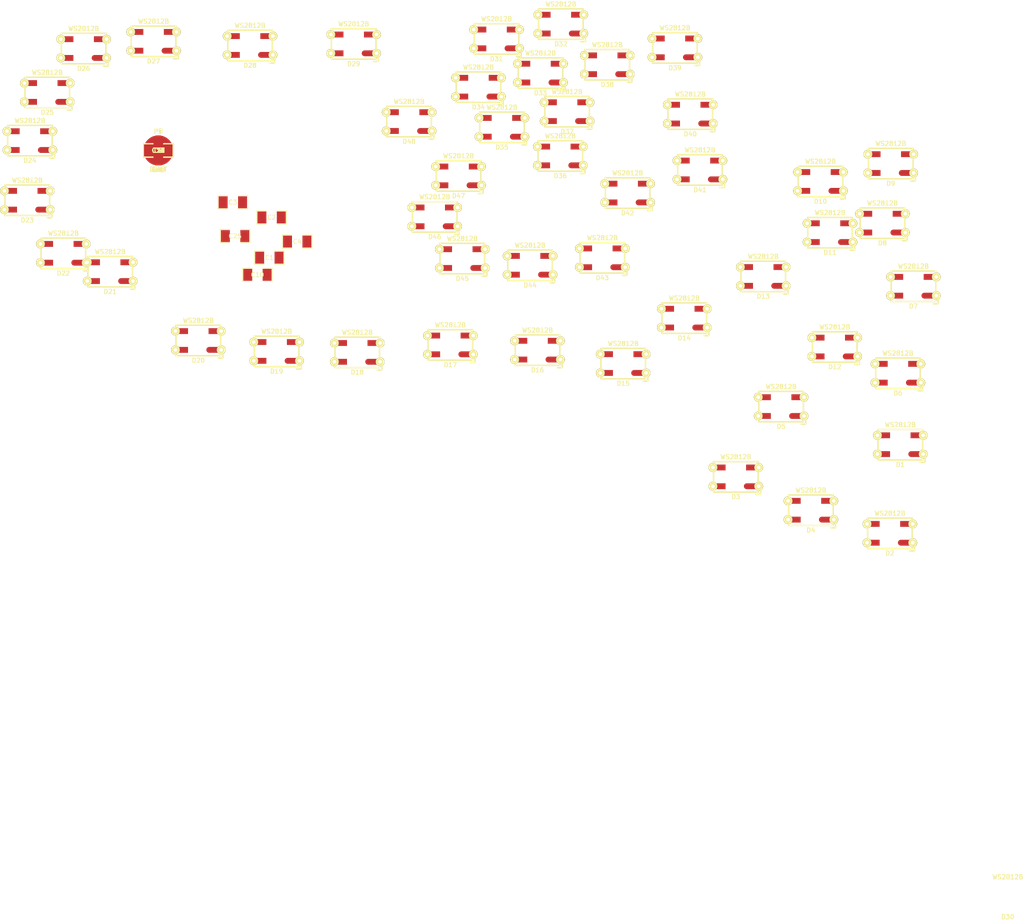
<source format=kicad_pcb>
(kicad_pcb (version 3) (host pcbnew "(2013-jul-07)-stable")

  (general
    (links 381)
    (no_connects 341)
    (area -72.05652 -53.09362 104.1402 104.01066)
    (thickness 1.6)
    (drawings 0)
    (tracks 0)
    (zones 0)
    (modules 79)
    (nets 52)
  )

  (page User 203.2 152.4)
  (layers
    (15 F.Cu signal)
    (0 B.Cu signal)
    (16 B.Adhes user)
    (17 F.Adhes user)
    (18 B.Paste user)
    (19 F.Paste user)
    (20 B.SilkS user)
    (21 F.SilkS user)
    (22 B.Mask user)
    (23 F.Mask user)
    (24 Dwgs.User user)
    (25 Cmts.User user)
    (26 Eco1.User user)
    (27 Eco2.User user)
    (28 Edge.Cuts user)
  )

  (setup
    (last_trace_width 0.254)
    (trace_clearance 0.254)
    (zone_clearance 0.508)
    (zone_45_only no)
    (trace_min 0.254)
    (segment_width 0.2)
    (edge_width 0.1)
    (via_size 0.889)
    (via_drill 0.635)
    (via_min_size 0.889)
    (via_min_drill 0.508)
    (uvia_size 0.508)
    (uvia_drill 0.127)
    (uvias_allowed no)
    (uvia_min_size 0.508)
    (uvia_min_drill 0.127)
    (pcb_text_width 0.3)
    (pcb_text_size 1.5 1.5)
    (mod_edge_width 0.15)
    (mod_text_size 1 1)
    (mod_text_width 0.15)
    (pad_size 1.50114 1.00076)
    (pad_drill 0)
    (pad_to_mask_clearance 0)
    (aux_axis_origin 0 0)
    (visible_elements FFFFFFBF)
    (pcbplotparams
      (layerselection 3178497)
      (usegerberextensions true)
      (excludeedgelayer true)
      (linewidth 0.150000)
      (plotframeref false)
      (viasonmask false)
      (mode 1)
      (useauxorigin false)
      (hpglpennumber 1)
      (hpglpenspeed 20)
      (hpglpendiameter 15)
      (hpglpenoverlay 2)
      (psnegative false)
      (psa4output false)
      (plotreference true)
      (plotvalue true)
      (plotothertext true)
      (plotinvisibletext false)
      (padsonsilk false)
      (subtractmaskfromsilk false)
      (outputformat 1)
      (mirror false)
      (drillshape 1)
      (scaleselection 1)
      (outputdirectory ""))
  )

  (net 0 "")
  (net 1 GND)
  (net 2 N-0000010)
  (net 3 N-0000011)
  (net 4 N-0000012)
  (net 5 N-0000013)
  (net 6 N-0000014)
  (net 7 N-0000015)
  (net 8 N-0000016)
  (net 9 N-0000017)
  (net 10 N-0000018)
  (net 11 N-0000019)
  (net 12 N-0000020)
  (net 13 N-0000021)
  (net 14 N-0000022)
  (net 15 N-0000023)
  (net 16 N-0000024)
  (net 17 N-0000025)
  (net 18 N-0000026)
  (net 19 N-0000027)
  (net 20 N-0000028)
  (net 21 N-0000029)
  (net 22 N-000003)
  (net 23 N-0000030)
  (net 24 N-0000031)
  (net 25 N-0000032)
  (net 26 N-0000033)
  (net 27 N-0000034)
  (net 28 N-0000035)
  (net 29 N-0000036)
  (net 30 N-0000037)
  (net 31 N-0000038)
  (net 32 N-0000039)
  (net 33 N-000004)
  (net 34 N-0000040)
  (net 35 N-0000041)
  (net 36 N-0000042)
  (net 37 N-0000043)
  (net 38 N-0000044)
  (net 39 N-0000045)
  (net 40 N-0000046)
  (net 41 N-0000047)
  (net 42 N-0000048)
  (net 43 N-0000049)
  (net 44 N-000005)
  (net 45 N-0000050)
  (net 46 N-0000051)
  (net 47 N-000006)
  (net 48 N-000007)
  (net 49 N-000008)
  (net 50 N-000009)
  (net 51 VDD)

  (net_class Default "This is the default net class."
    (clearance 0.254)
    (trace_width 0.254)
    (via_dia 0.889)
    (via_drill 0.635)
    (uvia_dia 0.508)
    (uvia_drill 0.127)
    (add_net "")
    (add_net GND)
    (add_net N-0000010)
    (add_net N-0000011)
    (add_net N-0000012)
    (add_net N-0000013)
    (add_net N-0000014)
    (add_net N-0000015)
    (add_net N-0000016)
    (add_net N-0000017)
    (add_net N-0000018)
    (add_net N-0000019)
    (add_net N-0000020)
    (add_net N-0000021)
    (add_net N-0000022)
    (add_net N-0000023)
    (add_net N-0000024)
    (add_net N-0000025)
    (add_net N-0000026)
    (add_net N-0000027)
    (add_net N-0000028)
    (add_net N-0000029)
    (add_net N-000003)
    (add_net N-0000030)
    (add_net N-0000031)
    (add_net N-0000032)
    (add_net N-0000033)
    (add_net N-0000034)
    (add_net N-0000035)
    (add_net N-0000036)
    (add_net N-0000037)
    (add_net N-0000038)
    (add_net N-0000039)
    (add_net N-000004)
    (add_net N-0000040)
    (add_net N-0000041)
    (add_net N-0000042)
    (add_net N-0000043)
    (add_net N-0000044)
    (add_net N-0000045)
    (add_net N-0000046)
    (add_net N-0000047)
    (add_net N-0000048)
    (add_net N-0000049)
    (add_net N-000005)
    (add_net N-0000050)
    (add_net N-0000051)
    (add_net N-000006)
    (add_net N-000007)
    (add_net N-000008)
    (add_net N-000009)
    (add_net VDD)
  )

  (module WS2812BP (layer F.Cu) (tedit 5747A75B) (tstamp 57482A30)
    (at -53.01996 -6.6548)
    (path /5747B409)
    (fp_text reference D21 (at 0 3.29946) (layer F.SilkS)
      (effects (font (size 0.762 0.762) (thickness 0.1524)))
    )
    (fp_text value WS2812B (at 0 -3.50012) (layer F.SilkS)
      (effects (font (size 0.762 0.762) (thickness 0.1524)))
    )
    (fp_line (start 4.09956 2.90068) (end 4.20116 2.79908) (layer F.SilkS) (width 0.254))
    (fp_line (start 4.20116 2.79908) (end 4.20116 2.10058) (layer F.SilkS) (width 0.254))
    (fp_line (start 3.40106 2.90068) (end 4.09956 2.90068) (layer F.SilkS) (width 0.254))
    (fp_line (start 3.79984 -2.70002) (end 3.79984 2.49936) (layer F.SilkS) (width 0.254))
    (fp_line (start 3.79984 2.49936) (end -3.79984 2.49936) (layer F.SilkS) (width 0.254))
    (fp_line (start -3.79984 2.49936) (end -3.79984 -2.70002) (layer F.SilkS) (width 0.254))
    (fp_line (start -3.79984 -2.70002) (end 3.79984 -2.70002) (layer F.SilkS) (width 0.254))
    (pad 1 smd rect (at -2.49936 -1.69926) (size 1.50114 1.00076)
      (layers F.Cu F.Paste F.Mask)
      (net 51 VDD)
    )
    (pad 2 smd rect (at -2.49936 1.50114) (size 1.50114 1.00076)
      (layers F.Cu F.Paste F.Mask)
      (net 9 N-0000017)
    )
    (pad 3 smd oval (at 2.49936 1.50114) (size 2.26314 1.00076)
      (layers F.Cu F.Paste F.Mask)
      (net 1 GND)
    )
    (pad 4 smd rect (at 2.49936 -1.69926) (size 1.50114 1.00076)
      (layers F.Cu F.Paste F.Mask)
      (net 6 N-0000014)
    )
    (pad 1 thru_hole circle (at -3.9 -1.7) (size 1.5 1.5) (drill 0.6)
      (layers *.Cu *.Mask F.SilkS)
      (net 51 VDD)
    )
    (pad 2 thru_hole circle (at -3.9 1.5) (size 1.5 1.5) (drill 0.6)
      (layers *.Cu *.Mask F.SilkS)
      (net 9 N-0000017)
    )
    (pad 3 thru_hole circle (at 3.9 1.5) (size 1.5 1.5) (drill 0.6)
      (layers *.Cu *.Mask F.SilkS)
      (net 1 GND)
    )
    (pad 4 thru_hole circle (at 3.9 -1.7) (size 1.5 1.5) (drill 0.6)
      (layers *.Cu *.Mask F.SilkS)
      (net 6 N-0000014)
    )
  )

  (module WS2812BP (layer F.Cu) (tedit 5747A75B) (tstamp 57482A43)
    (at 100 100)
    (path /5747B4D9)
    (fp_text reference D30 (at 0 3.29946) (layer F.SilkS)
      (effects (font (size 0.762 0.762) (thickness 0.1524)))
    )
    (fp_text value WS2812B (at 0 -3.50012) (layer F.SilkS)
      (effects (font (size 0.762 0.762) (thickness 0.1524)))
    )
  )

  (module WS2812BP (layer F.Cu) (tedit 5747A75B) (tstamp 57482A56)
    (at -11.50366 -45.5041)
    (path /5747B4BD)
    (fp_text reference D29 (at 0 3.29946) (layer F.SilkS)
      (effects (font (size 0.762 0.762) (thickness 0.1524)))
    )
    (fp_text value WS2812B (at 0 -3.50012) (layer F.SilkS)
      (effects (font (size 0.762 0.762) (thickness 0.1524)))
    )
    (fp_line (start 4.09956 2.90068) (end 4.20116 2.79908) (layer F.SilkS) (width 0.254))
    (fp_line (start 4.20116 2.79908) (end 4.20116 2.10058) (layer F.SilkS) (width 0.254))
    (fp_line (start 3.40106 2.90068) (end 4.09956 2.90068) (layer F.SilkS) (width 0.254))
    (fp_line (start 3.79984 -2.70002) (end 3.79984 2.49936) (layer F.SilkS) (width 0.254))
    (fp_line (start 3.79984 2.49936) (end -3.79984 2.49936) (layer F.SilkS) (width 0.254))
    (fp_line (start -3.79984 2.49936) (end -3.79984 -2.70002) (layer F.SilkS) (width 0.254))
    (fp_line (start -3.79984 -2.70002) (end 3.79984 -2.70002) (layer F.SilkS) (width 0.254))
    (pad 1 smd rect (at -2.49936 -1.69926) (size 1.50114 1.00076)
      (layers F.Cu F.Paste F.Mask)
      (net 51 VDD)
    )
    (pad 2 smd rect (at -2.49936 1.50114) (size 1.50114 1.00076)
      (layers F.Cu F.Paste F.Mask)
      (net 48 N-000007)
    )
    (pad 3 smd oval (at 2.49936 1.50114) (size 2.26314 1.00076)
      (layers F.Cu F.Paste F.Mask)
      (net 1 GND)
    )
    (pad 4 smd rect (at 2.49936 -1.69926) (size 1.50114 1.00076)
      (layers F.Cu F.Paste F.Mask)
      (net 33 N-000004)
    )
    (pad 1 thru_hole circle (at -3.9 -1.7) (size 1.5 1.5) (drill 0.6)
      (layers *.Cu *.Mask F.SilkS)
      (net 51 VDD)
    )
    (pad 2 thru_hole circle (at -3.9 1.5) (size 1.5 1.5) (drill 0.6)
      (layers *.Cu *.Mask F.SilkS)
      (net 48 N-000007)
    )
    (pad 3 thru_hole circle (at 3.9 1.5) (size 1.5 1.5) (drill 0.6)
      (layers *.Cu *.Mask F.SilkS)
      (net 1 GND)
    )
    (pad 4 thru_hole circle (at 3.9 -1.7) (size 1.5 1.5) (drill 0.6)
      (layers *.Cu *.Mask F.SilkS)
      (net 33 N-000004)
    )
  )

  (module WS2812BP (layer F.Cu) (tedit 5747A75B) (tstamp 57482A69)
    (at -29.1719 -45.2374)
    (path /5747B4AB)
    (fp_text reference D28 (at 0 3.29946) (layer F.SilkS)
      (effects (font (size 0.762 0.762) (thickness 0.1524)))
    )
    (fp_text value WS2812B (at 0 -3.50012) (layer F.SilkS)
      (effects (font (size 0.762 0.762) (thickness 0.1524)))
    )
    (fp_line (start 4.09956 2.90068) (end 4.20116 2.79908) (layer F.SilkS) (width 0.254))
    (fp_line (start 4.20116 2.79908) (end 4.20116 2.10058) (layer F.SilkS) (width 0.254))
    (fp_line (start 3.40106 2.90068) (end 4.09956 2.90068) (layer F.SilkS) (width 0.254))
    (fp_line (start 3.79984 -2.70002) (end 3.79984 2.49936) (layer F.SilkS) (width 0.254))
    (fp_line (start 3.79984 2.49936) (end -3.79984 2.49936) (layer F.SilkS) (width 0.254))
    (fp_line (start -3.79984 2.49936) (end -3.79984 -2.70002) (layer F.SilkS) (width 0.254))
    (fp_line (start -3.79984 -2.70002) (end 3.79984 -2.70002) (layer F.SilkS) (width 0.254))
    (pad 1 smd rect (at -2.49936 -1.69926) (size 1.50114 1.00076)
      (layers F.Cu F.Paste F.Mask)
      (net 51 VDD)
    )
    (pad 2 smd rect (at -2.49936 1.50114) (size 1.50114 1.00076)
      (layers F.Cu F.Paste F.Mask)
      (net 33 N-000004)
    )
    (pad 3 smd oval (at 2.49936 1.50114) (size 2.26314 1.00076)
      (layers F.Cu F.Paste F.Mask)
      (net 1 GND)
    )
    (pad 4 smd rect (at 2.49936 -1.69926) (size 1.50114 1.00076)
      (layers F.Cu F.Paste F.Mask)
      (net 44 N-000005)
    )
    (pad 1 thru_hole circle (at -3.9 -1.7) (size 1.5 1.5) (drill 0.6)
      (layers *.Cu *.Mask F.SilkS)
      (net 51 VDD)
    )
    (pad 2 thru_hole circle (at -3.9 1.5) (size 1.5 1.5) (drill 0.6)
      (layers *.Cu *.Mask F.SilkS)
      (net 33 N-000004)
    )
    (pad 3 thru_hole circle (at 3.9 1.5) (size 1.5 1.5) (drill 0.6)
      (layers *.Cu *.Mask F.SilkS)
      (net 1 GND)
    )
    (pad 4 thru_hole circle (at 3.9 -1.7) (size 1.5 1.5) (drill 0.6)
      (layers *.Cu *.Mask F.SilkS)
      (net 44 N-000005)
    )
  )

  (module WS2812BP (layer F.Cu) (tedit 5747A75B) (tstamp 57482A7C)
    (at -45.6184 -45.9486)
    (path /5747B499)
    (fp_text reference D27 (at 0 3.29946) (layer F.SilkS)
      (effects (font (size 0.762 0.762) (thickness 0.1524)))
    )
    (fp_text value WS2812B (at 0 -3.50012) (layer F.SilkS)
      (effects (font (size 0.762 0.762) (thickness 0.1524)))
    )
    (fp_line (start 4.09956 2.90068) (end 4.20116 2.79908) (layer F.SilkS) (width 0.254))
    (fp_line (start 4.20116 2.79908) (end 4.20116 2.10058) (layer F.SilkS) (width 0.254))
    (fp_line (start 3.40106 2.90068) (end 4.09956 2.90068) (layer F.SilkS) (width 0.254))
    (fp_line (start 3.79984 -2.70002) (end 3.79984 2.49936) (layer F.SilkS) (width 0.254))
    (fp_line (start 3.79984 2.49936) (end -3.79984 2.49936) (layer F.SilkS) (width 0.254))
    (fp_line (start -3.79984 2.49936) (end -3.79984 -2.70002) (layer F.SilkS) (width 0.254))
    (fp_line (start -3.79984 -2.70002) (end 3.79984 -2.70002) (layer F.SilkS) (width 0.254))
    (pad 1 smd rect (at -2.49936 -1.69926) (size 1.50114 1.00076)
      (layers F.Cu F.Paste F.Mask)
      (net 51 VDD)
    )
    (pad 2 smd rect (at -2.49936 1.50114) (size 1.50114 1.00076)
      (layers F.Cu F.Paste F.Mask)
      (net 44 N-000005)
    )
    (pad 3 smd oval (at 2.49936 1.50114) (size 2.26314 1.00076)
      (layers F.Cu F.Paste F.Mask)
      (net 1 GND)
    )
    (pad 4 smd rect (at 2.49936 -1.69926) (size 1.50114 1.00076)
      (layers F.Cu F.Paste F.Mask)
      (net 47 N-000006)
    )
    (pad 1 thru_hole circle (at -3.9 -1.7) (size 1.5 1.5) (drill 0.6)
      (layers *.Cu *.Mask F.SilkS)
      (net 51 VDD)
    )
    (pad 2 thru_hole circle (at -3.9 1.5) (size 1.5 1.5) (drill 0.6)
      (layers *.Cu *.Mask F.SilkS)
      (net 44 N-000005)
    )
    (pad 3 thru_hole circle (at 3.9 1.5) (size 1.5 1.5) (drill 0.6)
      (layers *.Cu *.Mask F.SilkS)
      (net 1 GND)
    )
    (pad 4 thru_hole circle (at 3.9 -1.7) (size 1.5 1.5) (drill 0.6)
      (layers *.Cu *.Mask F.SilkS)
      (net 47 N-000006)
    )
  )

  (module WS2812BP (layer F.Cu) (tedit 5747A75B) (tstamp 57482A8F)
    (at -57.54116 -44.71416)
    (path /5747B487)
    (fp_text reference D26 (at 0 3.29946) (layer F.SilkS)
      (effects (font (size 0.762 0.762) (thickness 0.1524)))
    )
    (fp_text value WS2812B (at 0 -3.50012) (layer F.SilkS)
      (effects (font (size 0.762 0.762) (thickness 0.1524)))
    )
    (fp_line (start 4.09956 2.90068) (end 4.20116 2.79908) (layer F.SilkS) (width 0.254))
    (fp_line (start 4.20116 2.79908) (end 4.20116 2.10058) (layer F.SilkS) (width 0.254))
    (fp_line (start 3.40106 2.90068) (end 4.09956 2.90068) (layer F.SilkS) (width 0.254))
    (fp_line (start 3.79984 -2.70002) (end 3.79984 2.49936) (layer F.SilkS) (width 0.254))
    (fp_line (start 3.79984 2.49936) (end -3.79984 2.49936) (layer F.SilkS) (width 0.254))
    (fp_line (start -3.79984 2.49936) (end -3.79984 -2.70002) (layer F.SilkS) (width 0.254))
    (fp_line (start -3.79984 -2.70002) (end 3.79984 -2.70002) (layer F.SilkS) (width 0.254))
    (pad 1 smd rect (at -2.49936 -1.69926) (size 1.50114 1.00076)
      (layers F.Cu F.Paste F.Mask)
      (net 51 VDD)
    )
    (pad 2 smd rect (at -2.49936 1.50114) (size 1.50114 1.00076)
      (layers F.Cu F.Paste F.Mask)
      (net 47 N-000006)
    )
    (pad 3 smd oval (at 2.49936 1.50114) (size 2.26314 1.00076)
      (layers F.Cu F.Paste F.Mask)
      (net 1 GND)
    )
    (pad 4 smd rect (at 2.49936 -1.69926) (size 1.50114 1.00076)
      (layers F.Cu F.Paste F.Mask)
      (net 22 N-000003)
    )
    (pad 1 thru_hole circle (at -3.9 -1.7) (size 1.5 1.5) (drill 0.6)
      (layers *.Cu *.Mask F.SilkS)
      (net 51 VDD)
    )
    (pad 2 thru_hole circle (at -3.9 1.5) (size 1.5 1.5) (drill 0.6)
      (layers *.Cu *.Mask F.SilkS)
      (net 47 N-000006)
    )
    (pad 3 thru_hole circle (at 3.9 1.5) (size 1.5 1.5) (drill 0.6)
      (layers *.Cu *.Mask F.SilkS)
      (net 1 GND)
    )
    (pad 4 thru_hole circle (at 3.9 -1.7) (size 1.5 1.5) (drill 0.6)
      (layers *.Cu *.Mask F.SilkS)
      (net 22 N-000003)
    )
  )

  (module WS2812BP (layer F.Cu) (tedit 5747A75B) (tstamp 57482AA2)
    (at -63.74384 -37.22624)
    (path /5747B475)
    (fp_text reference D25 (at 0 3.29946) (layer F.SilkS)
      (effects (font (size 0.762 0.762) (thickness 0.1524)))
    )
    (fp_text value WS2812B (at 0 -3.50012) (layer F.SilkS)
      (effects (font (size 0.762 0.762) (thickness 0.1524)))
    )
    (fp_line (start 4.09956 2.90068) (end 4.20116 2.79908) (layer F.SilkS) (width 0.254))
    (fp_line (start 4.20116 2.79908) (end 4.20116 2.10058) (layer F.SilkS) (width 0.254))
    (fp_line (start 3.40106 2.90068) (end 4.09956 2.90068) (layer F.SilkS) (width 0.254))
    (fp_line (start 3.79984 -2.70002) (end 3.79984 2.49936) (layer F.SilkS) (width 0.254))
    (fp_line (start 3.79984 2.49936) (end -3.79984 2.49936) (layer F.SilkS) (width 0.254))
    (fp_line (start -3.79984 2.49936) (end -3.79984 -2.70002) (layer F.SilkS) (width 0.254))
    (fp_line (start -3.79984 -2.70002) (end 3.79984 -2.70002) (layer F.SilkS) (width 0.254))
    (pad 1 smd rect (at -2.49936 -1.69926) (size 1.50114 1.00076)
      (layers F.Cu F.Paste F.Mask)
      (net 51 VDD)
    )
    (pad 2 smd rect (at -2.49936 1.50114) (size 1.50114 1.00076)
      (layers F.Cu F.Paste F.Mask)
      (net 22 N-000003)
    )
    (pad 3 smd oval (at 2.49936 1.50114) (size 2.26314 1.00076)
      (layers F.Cu F.Paste F.Mask)
      (net 1 GND)
    )
    (pad 4 smd rect (at 2.49936 -1.69926) (size 1.50114 1.00076)
      (layers F.Cu F.Paste F.Mask)
      (net 11 N-0000019)
    )
    (pad 1 thru_hole circle (at -3.9 -1.7) (size 1.5 1.5) (drill 0.6)
      (layers *.Cu *.Mask F.SilkS)
      (net 51 VDD)
    )
    (pad 2 thru_hole circle (at -3.9 1.5) (size 1.5 1.5) (drill 0.6)
      (layers *.Cu *.Mask F.SilkS)
      (net 22 N-000003)
    )
    (pad 3 thru_hole circle (at 3.9 1.5) (size 1.5 1.5) (drill 0.6)
      (layers *.Cu *.Mask F.SilkS)
      (net 1 GND)
    )
    (pad 4 thru_hole circle (at 3.9 -1.7) (size 1.5 1.5) (drill 0.6)
      (layers *.Cu *.Mask F.SilkS)
      (net 11 N-0000019)
    )
  )

  (module WS2812BP (layer F.Cu) (tedit 5747A75B) (tstamp 57482AB5)
    (at -66.70548 -29.01188)
    (path /5747B443)
    (fp_text reference D24 (at 0 3.29946) (layer F.SilkS)
      (effects (font (size 0.762 0.762) (thickness 0.1524)))
    )
    (fp_text value WS2812B (at 0 -3.50012) (layer F.SilkS)
      (effects (font (size 0.762 0.762) (thickness 0.1524)))
    )
    (fp_line (start 4.09956 2.90068) (end 4.20116 2.79908) (layer F.SilkS) (width 0.254))
    (fp_line (start 4.20116 2.79908) (end 4.20116 2.10058) (layer F.SilkS) (width 0.254))
    (fp_line (start 3.40106 2.90068) (end 4.09956 2.90068) (layer F.SilkS) (width 0.254))
    (fp_line (start 3.79984 -2.70002) (end 3.79984 2.49936) (layer F.SilkS) (width 0.254))
    (fp_line (start 3.79984 2.49936) (end -3.79984 2.49936) (layer F.SilkS) (width 0.254))
    (fp_line (start -3.79984 2.49936) (end -3.79984 -2.70002) (layer F.SilkS) (width 0.254))
    (fp_line (start -3.79984 -2.70002) (end 3.79984 -2.70002) (layer F.SilkS) (width 0.254))
    (pad 1 smd rect (at -2.49936 -1.69926) (size 1.50114 1.00076)
      (layers F.Cu F.Paste F.Mask)
      (net 51 VDD)
    )
    (pad 2 smd rect (at -2.49936 1.50114) (size 1.50114 1.00076)
      (layers F.Cu F.Paste F.Mask)
      (net 11 N-0000019)
    )
    (pad 3 smd oval (at 2.49936 1.50114) (size 2.26314 1.00076)
      (layers F.Cu F.Paste F.Mask)
      (net 1 GND)
    )
    (pad 4 smd rect (at 2.49936 -1.69926) (size 1.50114 1.00076)
      (layers F.Cu F.Paste F.Mask)
      (net 12 N-0000020)
    )
    (pad 1 thru_hole circle (at -3.9 -1.7) (size 1.5 1.5) (drill 0.6)
      (layers *.Cu *.Mask F.SilkS)
      (net 51 VDD)
    )
    (pad 2 thru_hole circle (at -3.9 1.5) (size 1.5 1.5) (drill 0.6)
      (layers *.Cu *.Mask F.SilkS)
      (net 11 N-0000019)
    )
    (pad 3 thru_hole circle (at 3.9 1.5) (size 1.5 1.5) (drill 0.6)
      (layers *.Cu *.Mask F.SilkS)
      (net 1 GND)
    )
    (pad 4 thru_hole circle (at 3.9 -1.7) (size 1.5 1.5) (drill 0.6)
      (layers *.Cu *.Mask F.SilkS)
      (net 12 N-0000020)
    )
  )

  (module WS2812BP (layer F.Cu) (tedit 5747A75B) (tstamp 57482AC8)
    (at -67.15252 -18.84172)
    (path /5747B42D)
    (fp_text reference D23 (at 0 3.29946) (layer F.SilkS)
      (effects (font (size 0.762 0.762) (thickness 0.1524)))
    )
    (fp_text value WS2812B (at 0 -3.50012) (layer F.SilkS)
      (effects (font (size 0.762 0.762) (thickness 0.1524)))
    )
    (fp_line (start 4.09956 2.90068) (end 4.20116 2.79908) (layer F.SilkS) (width 0.254))
    (fp_line (start 4.20116 2.79908) (end 4.20116 2.10058) (layer F.SilkS) (width 0.254))
    (fp_line (start 3.40106 2.90068) (end 4.09956 2.90068) (layer F.SilkS) (width 0.254))
    (fp_line (start 3.79984 -2.70002) (end 3.79984 2.49936) (layer F.SilkS) (width 0.254))
    (fp_line (start 3.79984 2.49936) (end -3.79984 2.49936) (layer F.SilkS) (width 0.254))
    (fp_line (start -3.79984 2.49936) (end -3.79984 -2.70002) (layer F.SilkS) (width 0.254))
    (fp_line (start -3.79984 -2.70002) (end 3.79984 -2.70002) (layer F.SilkS) (width 0.254))
    (pad 1 smd rect (at -2.49936 -1.69926) (size 1.50114 1.00076)
      (layers F.Cu F.Paste F.Mask)
      (net 51 VDD)
    )
    (pad 2 smd rect (at -2.49936 1.50114) (size 1.50114 1.00076)
      (layers F.Cu F.Paste F.Mask)
      (net 12 N-0000020)
    )
    (pad 3 smd oval (at 2.49936 1.50114) (size 2.26314 1.00076)
      (layers F.Cu F.Paste F.Mask)
      (net 1 GND)
    )
    (pad 4 smd rect (at 2.49936 -1.69926) (size 1.50114 1.00076)
      (layers F.Cu F.Paste F.Mask)
      (net 5 N-0000013)
    )
    (pad 1 thru_hole circle (at -3.9 -1.7) (size 1.5 1.5) (drill 0.6)
      (layers *.Cu *.Mask F.SilkS)
      (net 51 VDD)
    )
    (pad 2 thru_hole circle (at -3.9 1.5) (size 1.5 1.5) (drill 0.6)
      (layers *.Cu *.Mask F.SilkS)
      (net 12 N-0000020)
    )
    (pad 3 thru_hole circle (at 3.9 1.5) (size 1.5 1.5) (drill 0.6)
      (layers *.Cu *.Mask F.SilkS)
      (net 1 GND)
    )
    (pad 4 thru_hole circle (at 3.9 -1.7) (size 1.5 1.5) (drill 0.6)
      (layers *.Cu *.Mask F.SilkS)
      (net 5 N-0000013)
    )
  )

  (module WS2812BP (layer F.Cu) (tedit 5747A75B) (tstamp 57482ADB)
    (at -61.00572 -9.78916)
    (path /5747B41B)
    (fp_text reference D22 (at 0 3.29946) (layer F.SilkS)
      (effects (font (size 0.762 0.762) (thickness 0.1524)))
    )
    (fp_text value WS2812B (at 0 -3.50012) (layer F.SilkS)
      (effects (font (size 0.762 0.762) (thickness 0.1524)))
    )
    (fp_line (start 4.09956 2.90068) (end 4.20116 2.79908) (layer F.SilkS) (width 0.254))
    (fp_line (start 4.20116 2.79908) (end 4.20116 2.10058) (layer F.SilkS) (width 0.254))
    (fp_line (start 3.40106 2.90068) (end 4.09956 2.90068) (layer F.SilkS) (width 0.254))
    (fp_line (start 3.79984 -2.70002) (end 3.79984 2.49936) (layer F.SilkS) (width 0.254))
    (fp_line (start 3.79984 2.49936) (end -3.79984 2.49936) (layer F.SilkS) (width 0.254))
    (fp_line (start -3.79984 2.49936) (end -3.79984 -2.70002) (layer F.SilkS) (width 0.254))
    (fp_line (start -3.79984 -2.70002) (end 3.79984 -2.70002) (layer F.SilkS) (width 0.254))
    (pad 1 smd rect (at -2.49936 -1.69926) (size 1.50114 1.00076)
      (layers F.Cu F.Paste F.Mask)
      (net 51 VDD)
    )
    (pad 2 smd rect (at -2.49936 1.50114) (size 1.50114 1.00076)
      (layers F.Cu F.Paste F.Mask)
      (net 5 N-0000013)
    )
    (pad 3 smd oval (at 2.49936 1.50114) (size 2.26314 1.00076)
      (layers F.Cu F.Paste F.Mask)
      (net 1 GND)
    )
    (pad 4 smd rect (at 2.49936 -1.69926) (size 1.50114 1.00076)
      (layers F.Cu F.Paste F.Mask)
      (net 9 N-0000017)
    )
    (pad 1 thru_hole circle (at -3.9 -1.7) (size 1.5 1.5) (drill 0.6)
      (layers *.Cu *.Mask F.SilkS)
      (net 51 VDD)
    )
    (pad 2 thru_hole circle (at -3.9 1.5) (size 1.5 1.5) (drill 0.6)
      (layers *.Cu *.Mask F.SilkS)
      (net 5 N-0000013)
    )
    (pad 3 thru_hole circle (at 3.9 1.5) (size 1.5 1.5) (drill 0.6)
      (layers *.Cu *.Mask F.SilkS)
      (net 1 GND)
    )
    (pad 4 thru_hole circle (at 3.9 -1.7) (size 1.5 1.5) (drill 0.6)
      (layers *.Cu *.Mask F.SilkS)
      (net 9 N-0000017)
    )
  )

  (module WS2812BP (layer F.Cu) (tedit 5747A75B) (tstamp 57482AEE)
    (at 12.8524 -46.355)
    (path /5747B4EC)
    (fp_text reference D31 (at 0 3.29946) (layer F.SilkS)
      (effects (font (size 0.762 0.762) (thickness 0.1524)))
    )
    (fp_text value WS2812B (at 0 -3.50012) (layer F.SilkS)
      (effects (font (size 0.762 0.762) (thickness 0.1524)))
    )
    (fp_line (start 4.09956 2.90068) (end 4.20116 2.79908) (layer F.SilkS) (width 0.254))
    (fp_line (start 4.20116 2.79908) (end 4.20116 2.10058) (layer F.SilkS) (width 0.254))
    (fp_line (start 3.40106 2.90068) (end 4.09956 2.90068) (layer F.SilkS) (width 0.254))
    (fp_line (start 3.79984 -2.70002) (end 3.79984 2.49936) (layer F.SilkS) (width 0.254))
    (fp_line (start 3.79984 2.49936) (end -3.79984 2.49936) (layer F.SilkS) (width 0.254))
    (fp_line (start -3.79984 2.49936) (end -3.79984 -2.70002) (layer F.SilkS) (width 0.254))
    (fp_line (start -3.79984 -2.70002) (end 3.79984 -2.70002) (layer F.SilkS) (width 0.254))
    (pad 1 smd rect (at -2.49936 -1.69926) (size 1.50114 1.00076)
      (layers F.Cu F.Paste F.Mask)
      (net 51 VDD)
    )
    (pad 2 smd rect (at -2.49936 1.50114) (size 1.50114 1.00076)
      (layers F.Cu F.Paste F.Mask)
      (net 49 N-000008)
    )
    (pad 3 smd oval (at 2.49936 1.50114) (size 2.26314 1.00076)
      (layers F.Cu F.Paste F.Mask)
      (net 1 GND)
    )
    (pad 4 smd rect (at 2.49936 -1.69926) (size 1.50114 1.00076)
      (layers F.Cu F.Paste F.Mask)
      (net 50 N-000009)
    )
    (pad 1 thru_hole circle (at -3.9 -1.7) (size 1.5 1.5) (drill 0.6)
      (layers *.Cu *.Mask F.SilkS)
      (net 51 VDD)
    )
    (pad 2 thru_hole circle (at -3.9 1.5) (size 1.5 1.5) (drill 0.6)
      (layers *.Cu *.Mask F.SilkS)
      (net 49 N-000008)
    )
    (pad 3 thru_hole circle (at 3.9 1.5) (size 1.5 1.5) (drill 0.6)
      (layers *.Cu *.Mask F.SilkS)
      (net 1 GND)
    )
    (pad 4 thru_hole circle (at 3.9 -1.7) (size 1.5 1.5) (drill 0.6)
      (layers *.Cu *.Mask F.SilkS)
      (net 50 N-000009)
    )
  )

  (module WS2812BP (layer F.Cu) (tedit 5747A75B) (tstamp 57482B01)
    (at -37.99586 5.08)
    (path /5747B3F7)
    (fp_text reference D20 (at 0 3.29946) (layer F.SilkS)
      (effects (font (size 0.762 0.762) (thickness 0.1524)))
    )
    (fp_text value WS2812B (at 0 -3.50012) (layer F.SilkS)
      (effects (font (size 0.762 0.762) (thickness 0.1524)))
    )
    (fp_line (start 4.09956 2.90068) (end 4.20116 2.79908) (layer F.SilkS) (width 0.254))
    (fp_line (start 4.20116 2.79908) (end 4.20116 2.10058) (layer F.SilkS) (width 0.254))
    (fp_line (start 3.40106 2.90068) (end 4.09956 2.90068) (layer F.SilkS) (width 0.254))
    (fp_line (start 3.79984 -2.70002) (end 3.79984 2.49936) (layer F.SilkS) (width 0.254))
    (fp_line (start 3.79984 2.49936) (end -3.79984 2.49936) (layer F.SilkS) (width 0.254))
    (fp_line (start -3.79984 2.49936) (end -3.79984 -2.70002) (layer F.SilkS) (width 0.254))
    (fp_line (start -3.79984 -2.70002) (end 3.79984 -2.70002) (layer F.SilkS) (width 0.254))
    (pad 1 smd rect (at -2.49936 -1.69926) (size 1.50114 1.00076)
      (layers F.Cu F.Paste F.Mask)
      (net 51 VDD)
    )
    (pad 2 smd rect (at -2.49936 1.50114) (size 1.50114 1.00076)
      (layers F.Cu F.Paste F.Mask)
      (net 6 N-0000014)
    )
    (pad 3 smd oval (at 2.49936 1.50114) (size 2.26314 1.00076)
      (layers F.Cu F.Paste F.Mask)
      (net 1 GND)
    )
    (pad 4 smd rect (at 2.49936 -1.69926) (size 1.50114 1.00076)
      (layers F.Cu F.Paste F.Mask)
      (net 8 N-0000016)
    )
    (pad 1 thru_hole circle (at -3.9 -1.7) (size 1.5 1.5) (drill 0.6)
      (layers *.Cu *.Mask F.SilkS)
      (net 51 VDD)
    )
    (pad 2 thru_hole circle (at -3.9 1.5) (size 1.5 1.5) (drill 0.6)
      (layers *.Cu *.Mask F.SilkS)
      (net 6 N-0000014)
    )
    (pad 3 thru_hole circle (at 3.9 1.5) (size 1.5 1.5) (drill 0.6)
      (layers *.Cu *.Mask F.SilkS)
      (net 1 GND)
    )
    (pad 4 thru_hole circle (at 3.9 -1.7) (size 1.5 1.5) (drill 0.6)
      (layers *.Cu *.Mask F.SilkS)
      (net 8 N-0000016)
    )
  )

  (module WS2812BP (layer F.Cu) (tedit 5747A75B) (tstamp 57482B14)
    (at -24.638 6.9469)
    (path /5747B3E5)
    (fp_text reference D19 (at 0 3.29946) (layer F.SilkS)
      (effects (font (size 0.762 0.762) (thickness 0.1524)))
    )
    (fp_text value WS2812B (at 0 -3.50012) (layer F.SilkS)
      (effects (font (size 0.762 0.762) (thickness 0.1524)))
    )
    (fp_line (start 4.09956 2.90068) (end 4.20116 2.79908) (layer F.SilkS) (width 0.254))
    (fp_line (start 4.20116 2.79908) (end 4.20116 2.10058) (layer F.SilkS) (width 0.254))
    (fp_line (start 3.40106 2.90068) (end 4.09956 2.90068) (layer F.SilkS) (width 0.254))
    (fp_line (start 3.79984 -2.70002) (end 3.79984 2.49936) (layer F.SilkS) (width 0.254))
    (fp_line (start 3.79984 2.49936) (end -3.79984 2.49936) (layer F.SilkS) (width 0.254))
    (fp_line (start -3.79984 2.49936) (end -3.79984 -2.70002) (layer F.SilkS) (width 0.254))
    (fp_line (start -3.79984 -2.70002) (end 3.79984 -2.70002) (layer F.SilkS) (width 0.254))
    (pad 1 smd rect (at -2.49936 -1.69926) (size 1.50114 1.00076)
      (layers F.Cu F.Paste F.Mask)
      (net 51 VDD)
    )
    (pad 2 smd rect (at -2.49936 1.50114) (size 1.50114 1.00076)
      (layers F.Cu F.Paste F.Mask)
      (net 8 N-0000016)
    )
    (pad 3 smd oval (at 2.49936 1.50114) (size 2.26314 1.00076)
      (layers F.Cu F.Paste F.Mask)
      (net 1 GND)
    )
    (pad 4 smd rect (at 2.49936 -1.69926) (size 1.50114 1.00076)
      (layers F.Cu F.Paste F.Mask)
      (net 7 N-0000015)
    )
    (pad 1 thru_hole circle (at -3.9 -1.7) (size 1.5 1.5) (drill 0.6)
      (layers *.Cu *.Mask F.SilkS)
      (net 51 VDD)
    )
    (pad 2 thru_hole circle (at -3.9 1.5) (size 1.5 1.5) (drill 0.6)
      (layers *.Cu *.Mask F.SilkS)
      (net 8 N-0000016)
    )
    (pad 3 thru_hole circle (at 3.9 1.5) (size 1.5 1.5) (drill 0.6)
      (layers *.Cu *.Mask F.SilkS)
      (net 1 GND)
    )
    (pad 4 thru_hole circle (at 3.9 -1.7) (size 1.5 1.5) (drill 0.6)
      (layers *.Cu *.Mask F.SilkS)
      (net 7 N-0000015)
    )
  )

  (module WS2812BP (layer F.Cu) (tedit 5747A75B) (tstamp 57482B27)
    (at -10.8966 7.112)
    (path /5747B3D2)
    (fp_text reference D18 (at 0 3.29946) (layer F.SilkS)
      (effects (font (size 0.762 0.762) (thickness 0.1524)))
    )
    (fp_text value WS2812B (at 0 -3.50012) (layer F.SilkS)
      (effects (font (size 0.762 0.762) (thickness 0.1524)))
    )
    (fp_line (start 4.09956 2.90068) (end 4.20116 2.79908) (layer F.SilkS) (width 0.254))
    (fp_line (start 4.20116 2.79908) (end 4.20116 2.10058) (layer F.SilkS) (width 0.254))
    (fp_line (start 3.40106 2.90068) (end 4.09956 2.90068) (layer F.SilkS) (width 0.254))
    (fp_line (start 3.79984 -2.70002) (end 3.79984 2.49936) (layer F.SilkS) (width 0.254))
    (fp_line (start 3.79984 2.49936) (end -3.79984 2.49936) (layer F.SilkS) (width 0.254))
    (fp_line (start -3.79984 2.49936) (end -3.79984 -2.70002) (layer F.SilkS) (width 0.254))
    (fp_line (start -3.79984 -2.70002) (end 3.79984 -2.70002) (layer F.SilkS) (width 0.254))
    (pad 1 smd rect (at -2.49936 -1.69926) (size 1.50114 1.00076)
      (layers F.Cu F.Paste F.Mask)
      (net 51 VDD)
    )
    (pad 2 smd rect (at -2.49936 1.50114) (size 1.50114 1.00076)
      (layers F.Cu F.Paste F.Mask)
      (net 7 N-0000015)
    )
    (pad 3 smd oval (at 2.49936 1.50114) (size 2.26314 1.00076)
      (layers F.Cu F.Paste F.Mask)
      (net 1 GND)
    )
    (pad 4 smd rect (at 2.49936 -1.69926) (size 1.50114 1.00076)
      (layers F.Cu F.Paste F.Mask)
      (net 27 N-0000034)
    )
    (pad 1 thru_hole circle (at -3.9 -1.7) (size 1.5 1.5) (drill 0.6)
      (layers *.Cu *.Mask F.SilkS)
      (net 51 VDD)
    )
    (pad 2 thru_hole circle (at -3.9 1.5) (size 1.5 1.5) (drill 0.6)
      (layers *.Cu *.Mask F.SilkS)
      (net 7 N-0000015)
    )
    (pad 3 thru_hole circle (at 3.9 1.5) (size 1.5 1.5) (drill 0.6)
      (layers *.Cu *.Mask F.SilkS)
      (net 1 GND)
    )
    (pad 4 thru_hole circle (at 3.9 -1.7) (size 1.5 1.5) (drill 0.6)
      (layers *.Cu *.Mask F.SilkS)
      (net 27 N-0000034)
    )
  )

  (module WS2812BP (layer F.Cu) (tedit 5747A75B) (tstamp 57482B3A)
    (at 4.9784 5.842)
    (path /5747B3B6)
    (fp_text reference D17 (at 0 3.29946) (layer F.SilkS)
      (effects (font (size 0.762 0.762) (thickness 0.1524)))
    )
    (fp_text value WS2812B (at 0 -3.50012) (layer F.SilkS)
      (effects (font (size 0.762 0.762) (thickness 0.1524)))
    )
    (fp_line (start 4.09956 2.90068) (end 4.20116 2.79908) (layer F.SilkS) (width 0.254))
    (fp_line (start 4.20116 2.79908) (end 4.20116 2.10058) (layer F.SilkS) (width 0.254))
    (fp_line (start 3.40106 2.90068) (end 4.09956 2.90068) (layer F.SilkS) (width 0.254))
    (fp_line (start 3.79984 -2.70002) (end 3.79984 2.49936) (layer F.SilkS) (width 0.254))
    (fp_line (start 3.79984 2.49936) (end -3.79984 2.49936) (layer F.SilkS) (width 0.254))
    (fp_line (start -3.79984 2.49936) (end -3.79984 -2.70002) (layer F.SilkS) (width 0.254))
    (fp_line (start -3.79984 -2.70002) (end 3.79984 -2.70002) (layer F.SilkS) (width 0.254))
    (pad 1 smd rect (at -2.49936 -1.69926) (size 1.50114 1.00076)
      (layers F.Cu F.Paste F.Mask)
      (net 51 VDD)
    )
    (pad 2 smd rect (at -2.49936 1.50114) (size 1.50114 1.00076)
      (layers F.Cu F.Paste F.Mask)
      (net 27 N-0000034)
    )
    (pad 3 smd oval (at 2.49936 1.50114) (size 2.26314 1.00076)
      (layers F.Cu F.Paste F.Mask)
      (net 1 GND)
    )
    (pad 4 smd rect (at 2.49936 -1.69926) (size 1.50114 1.00076)
      (layers F.Cu F.Paste F.Mask)
      (net 43 N-0000049)
    )
    (pad 1 thru_hole circle (at -3.9 -1.7) (size 1.5 1.5) (drill 0.6)
      (layers *.Cu *.Mask F.SilkS)
      (net 51 VDD)
    )
    (pad 2 thru_hole circle (at -3.9 1.5) (size 1.5 1.5) (drill 0.6)
      (layers *.Cu *.Mask F.SilkS)
      (net 27 N-0000034)
    )
    (pad 3 thru_hole circle (at 3.9 1.5) (size 1.5 1.5) (drill 0.6)
      (layers *.Cu *.Mask F.SilkS)
      (net 1 GND)
    )
    (pad 4 thru_hole circle (at 3.9 -1.7) (size 1.5 1.5) (drill 0.6)
      (layers *.Cu *.Mask F.SilkS)
      (net 43 N-0000049)
    )
  )

  (module WS2812BP (layer F.Cu) (tedit 5747A75B) (tstamp 57482B4D)
    (at 19.8374 6.731)
    (path /5747B3A4)
    (fp_text reference D16 (at 0 3.29946) (layer F.SilkS)
      (effects (font (size 0.762 0.762) (thickness 0.1524)))
    )
    (fp_text value WS2812B (at 0 -3.50012) (layer F.SilkS)
      (effects (font (size 0.762 0.762) (thickness 0.1524)))
    )
    (fp_line (start 4.09956 2.90068) (end 4.20116 2.79908) (layer F.SilkS) (width 0.254))
    (fp_line (start 4.20116 2.79908) (end 4.20116 2.10058) (layer F.SilkS) (width 0.254))
    (fp_line (start 3.40106 2.90068) (end 4.09956 2.90068) (layer F.SilkS) (width 0.254))
    (fp_line (start 3.79984 -2.70002) (end 3.79984 2.49936) (layer F.SilkS) (width 0.254))
    (fp_line (start 3.79984 2.49936) (end -3.79984 2.49936) (layer F.SilkS) (width 0.254))
    (fp_line (start -3.79984 2.49936) (end -3.79984 -2.70002) (layer F.SilkS) (width 0.254))
    (fp_line (start -3.79984 -2.70002) (end 3.79984 -2.70002) (layer F.SilkS) (width 0.254))
    (pad 1 smd rect (at -2.49936 -1.69926) (size 1.50114 1.00076)
      (layers F.Cu F.Paste F.Mask)
      (net 51 VDD)
    )
    (pad 2 smd rect (at -2.49936 1.50114) (size 1.50114 1.00076)
      (layers F.Cu F.Paste F.Mask)
      (net 43 N-0000049)
    )
    (pad 3 smd oval (at 2.49936 1.50114) (size 2.26314 1.00076)
      (layers F.Cu F.Paste F.Mask)
      (net 1 GND)
    )
    (pad 4 smd rect (at 2.49936 -1.69926) (size 1.50114 1.00076)
      (layers F.Cu F.Paste F.Mask)
      (net 45 N-0000050)
    )
    (pad 1 thru_hole circle (at -3.9 -1.7) (size 1.5 1.5) (drill 0.6)
      (layers *.Cu *.Mask F.SilkS)
      (net 51 VDD)
    )
    (pad 2 thru_hole circle (at -3.9 1.5) (size 1.5 1.5) (drill 0.6)
      (layers *.Cu *.Mask F.SilkS)
      (net 43 N-0000049)
    )
    (pad 3 thru_hole circle (at 3.9 1.5) (size 1.5 1.5) (drill 0.6)
      (layers *.Cu *.Mask F.SilkS)
      (net 1 GND)
    )
    (pad 4 thru_hole circle (at 3.9 -1.7) (size 1.5 1.5) (drill 0.6)
      (layers *.Cu *.Mask F.SilkS)
      (net 45 N-0000050)
    )
  )

  (module WS2812BP (layer F.Cu) (tedit 5747A75B) (tstamp 57482B60)
    (at 34.4424 9.017)
    (path /5747B392)
    (fp_text reference D15 (at 0 3.29946) (layer F.SilkS)
      (effects (font (size 0.762 0.762) (thickness 0.1524)))
    )
    (fp_text value WS2812B (at 0 -3.50012) (layer F.SilkS)
      (effects (font (size 0.762 0.762) (thickness 0.1524)))
    )
    (fp_line (start 4.09956 2.90068) (end 4.20116 2.79908) (layer F.SilkS) (width 0.254))
    (fp_line (start 4.20116 2.79908) (end 4.20116 2.10058) (layer F.SilkS) (width 0.254))
    (fp_line (start 3.40106 2.90068) (end 4.09956 2.90068) (layer F.SilkS) (width 0.254))
    (fp_line (start 3.79984 -2.70002) (end 3.79984 2.49936) (layer F.SilkS) (width 0.254))
    (fp_line (start 3.79984 2.49936) (end -3.79984 2.49936) (layer F.SilkS) (width 0.254))
    (fp_line (start -3.79984 2.49936) (end -3.79984 -2.70002) (layer F.SilkS) (width 0.254))
    (fp_line (start -3.79984 -2.70002) (end 3.79984 -2.70002) (layer F.SilkS) (width 0.254))
    (pad 1 smd rect (at -2.49936 -1.69926) (size 1.50114 1.00076)
      (layers F.Cu F.Paste F.Mask)
      (net 51 VDD)
    )
    (pad 2 smd rect (at -2.49936 1.50114) (size 1.50114 1.00076)
      (layers F.Cu F.Paste F.Mask)
      (net 45 N-0000050)
    )
    (pad 3 smd oval (at 2.49936 1.50114) (size 2.26314 1.00076)
      (layers F.Cu F.Paste F.Mask)
      (net 1 GND)
    )
    (pad 4 smd rect (at 2.49936 -1.69926) (size 1.50114 1.00076)
      (layers F.Cu F.Paste F.Mask)
      (net 37 N-0000043)
    )
    (pad 1 thru_hole circle (at -3.9 -1.7) (size 1.5 1.5) (drill 0.6)
      (layers *.Cu *.Mask F.SilkS)
      (net 51 VDD)
    )
    (pad 2 thru_hole circle (at -3.9 1.5) (size 1.5 1.5) (drill 0.6)
      (layers *.Cu *.Mask F.SilkS)
      (net 45 N-0000050)
    )
    (pad 3 thru_hole circle (at 3.9 1.5) (size 1.5 1.5) (drill 0.6)
      (layers *.Cu *.Mask F.SilkS)
      (net 1 GND)
    )
    (pad 4 thru_hole circle (at 3.9 -1.7) (size 1.5 1.5) (drill 0.6)
      (layers *.Cu *.Mask F.SilkS)
      (net 37 N-0000043)
    )
  )

  (module WS2812BP (layer F.Cu) (tedit 5747A75B) (tstamp 57482B73)
    (at 44.8564 1.27)
    (path /5747B380)
    (fp_text reference D14 (at 0 3.29946) (layer F.SilkS)
      (effects (font (size 0.762 0.762) (thickness 0.1524)))
    )
    (fp_text value WS2812B (at 0 -3.50012) (layer F.SilkS)
      (effects (font (size 0.762 0.762) (thickness 0.1524)))
    )
    (fp_line (start 4.09956 2.90068) (end 4.20116 2.79908) (layer F.SilkS) (width 0.254))
    (fp_line (start 4.20116 2.79908) (end 4.20116 2.10058) (layer F.SilkS) (width 0.254))
    (fp_line (start 3.40106 2.90068) (end 4.09956 2.90068) (layer F.SilkS) (width 0.254))
    (fp_line (start 3.79984 -2.70002) (end 3.79984 2.49936) (layer F.SilkS) (width 0.254))
    (fp_line (start 3.79984 2.49936) (end -3.79984 2.49936) (layer F.SilkS) (width 0.254))
    (fp_line (start -3.79984 2.49936) (end -3.79984 -2.70002) (layer F.SilkS) (width 0.254))
    (fp_line (start -3.79984 -2.70002) (end 3.79984 -2.70002) (layer F.SilkS) (width 0.254))
    (pad 1 smd rect (at -2.49936 -1.69926) (size 1.50114 1.00076)
      (layers F.Cu F.Paste F.Mask)
      (net 51 VDD)
    )
    (pad 2 smd rect (at -2.49936 1.50114) (size 1.50114 1.00076)
      (layers F.Cu F.Paste F.Mask)
      (net 37 N-0000043)
    )
    (pad 3 smd oval (at 2.49936 1.50114) (size 2.26314 1.00076)
      (layers F.Cu F.Paste F.Mask)
      (net 1 GND)
    )
    (pad 4 smd rect (at 2.49936 -1.69926) (size 1.50114 1.00076)
      (layers F.Cu F.Paste F.Mask)
      (net 38 N-0000044)
    )
    (pad 1 thru_hole circle (at -3.9 -1.7) (size 1.5 1.5) (drill 0.6)
      (layers *.Cu *.Mask F.SilkS)
      (net 51 VDD)
    )
    (pad 2 thru_hole circle (at -3.9 1.5) (size 1.5 1.5) (drill 0.6)
      (layers *.Cu *.Mask F.SilkS)
      (net 37 N-0000043)
    )
    (pad 3 thru_hole circle (at 3.9 1.5) (size 1.5 1.5) (drill 0.6)
      (layers *.Cu *.Mask F.SilkS)
      (net 1 GND)
    )
    (pad 4 thru_hole circle (at 3.9 -1.7) (size 1.5 1.5) (drill 0.6)
      (layers *.Cu *.Mask F.SilkS)
      (net 38 N-0000044)
    )
  )

  (module WS2812BP (layer F.Cu) (tedit 5747A75B) (tstamp 57482B86)
    (at 58.3184 -5.842)
    (path /5747B36E)
    (fp_text reference D13 (at 0 3.29946) (layer F.SilkS)
      (effects (font (size 0.762 0.762) (thickness 0.1524)))
    )
    (fp_text value WS2812B (at 0 -3.50012) (layer F.SilkS)
      (effects (font (size 0.762 0.762) (thickness 0.1524)))
    )
    (fp_line (start 4.09956 2.90068) (end 4.20116 2.79908) (layer F.SilkS) (width 0.254))
    (fp_line (start 4.20116 2.79908) (end 4.20116 2.10058) (layer F.SilkS) (width 0.254))
    (fp_line (start 3.40106 2.90068) (end 4.09956 2.90068) (layer F.SilkS) (width 0.254))
    (fp_line (start 3.79984 -2.70002) (end 3.79984 2.49936) (layer F.SilkS) (width 0.254))
    (fp_line (start 3.79984 2.49936) (end -3.79984 2.49936) (layer F.SilkS) (width 0.254))
    (fp_line (start -3.79984 2.49936) (end -3.79984 -2.70002) (layer F.SilkS) (width 0.254))
    (fp_line (start -3.79984 -2.70002) (end 3.79984 -2.70002) (layer F.SilkS) (width 0.254))
    (pad 1 smd rect (at -2.49936 -1.69926) (size 1.50114 1.00076)
      (layers F.Cu F.Paste F.Mask)
      (net 51 VDD)
    )
    (pad 2 smd rect (at -2.49936 1.50114) (size 1.50114 1.00076)
      (layers F.Cu F.Paste F.Mask)
      (net 38 N-0000044)
    )
    (pad 3 smd oval (at 2.49936 1.50114) (size 2.26314 1.00076)
      (layers F.Cu F.Paste F.Mask)
      (net 1 GND)
    )
    (pad 4 smd rect (at 2.49936 -1.69926) (size 1.50114 1.00076)
      (layers F.Cu F.Paste F.Mask)
      (net 10 N-0000018)
    )
    (pad 1 thru_hole circle (at -3.9 -1.7) (size 1.5 1.5) (drill 0.6)
      (layers *.Cu *.Mask F.SilkS)
      (net 51 VDD)
    )
    (pad 2 thru_hole circle (at -3.9 1.5) (size 1.5 1.5) (drill 0.6)
      (layers *.Cu *.Mask F.SilkS)
      (net 38 N-0000044)
    )
    (pad 3 thru_hole circle (at 3.9 1.5) (size 1.5 1.5) (drill 0.6)
      (layers *.Cu *.Mask F.SilkS)
      (net 1 GND)
    )
    (pad 4 thru_hole circle (at 3.9 -1.7) (size 1.5 1.5) (drill 0.6)
      (layers *.Cu *.Mask F.SilkS)
      (net 10 N-0000018)
    )
  )

  (module WS2812BP (layer F.Cu) (tedit 5747A75B) (tstamp 57482B99)
    (at 45.8724 -33.528)
    (path /5747B596)
    (fp_text reference D40 (at 0 3.29946) (layer F.SilkS)
      (effects (font (size 0.762 0.762) (thickness 0.1524)))
    )
    (fp_text value WS2812B (at 0 -3.50012) (layer F.SilkS)
      (effects (font (size 0.762 0.762) (thickness 0.1524)))
    )
    (fp_line (start 4.09956 2.90068) (end 4.20116 2.79908) (layer F.SilkS) (width 0.254))
    (fp_line (start 4.20116 2.79908) (end 4.20116 2.10058) (layer F.SilkS) (width 0.254))
    (fp_line (start 3.40106 2.90068) (end 4.09956 2.90068) (layer F.SilkS) (width 0.254))
    (fp_line (start 3.79984 -2.70002) (end 3.79984 2.49936) (layer F.SilkS) (width 0.254))
    (fp_line (start 3.79984 2.49936) (end -3.79984 2.49936) (layer F.SilkS) (width 0.254))
    (fp_line (start -3.79984 2.49936) (end -3.79984 -2.70002) (layer F.SilkS) (width 0.254))
    (fp_line (start -3.79984 -2.70002) (end 3.79984 -2.70002) (layer F.SilkS) (width 0.254))
    (pad 1 smd rect (at -2.49936 -1.69926) (size 1.50114 1.00076)
      (layers F.Cu F.Paste F.Mask)
      (net 51 VDD)
    )
    (pad 2 smd rect (at -2.49936 1.50114) (size 1.50114 1.00076)
      (layers F.Cu F.Paste F.Mask)
      (net 28 N-0000035)
    )
    (pad 3 smd oval (at 2.49936 1.50114) (size 2.26314 1.00076)
      (layers F.Cu F.Paste F.Mask)
      (net 1 GND)
    )
    (pad 4 smd rect (at 2.49936 -1.69926) (size 1.50114 1.00076)
      (layers F.Cu F.Paste F.Mask)
      (net 21 N-0000029)
    )
    (pad 1 thru_hole circle (at -3.9 -1.7) (size 1.5 1.5) (drill 0.6)
      (layers *.Cu *.Mask F.SilkS)
      (net 51 VDD)
    )
    (pad 2 thru_hole circle (at -3.9 1.5) (size 1.5 1.5) (drill 0.6)
      (layers *.Cu *.Mask F.SilkS)
      (net 28 N-0000035)
    )
    (pad 3 thru_hole circle (at 3.9 1.5) (size 1.5 1.5) (drill 0.6)
      (layers *.Cu *.Mask F.SilkS)
      (net 1 GND)
    )
    (pad 4 thru_hole circle (at 3.9 -1.7) (size 1.5 1.5) (drill 0.6)
      (layers *.Cu *.Mask F.SilkS)
      (net 21 N-0000029)
    )
  )

  (module WS2812BP (layer F.Cu) (tedit 5747A75B) (tstamp 57482BAC)
    (at -2.0574 -32.258)
    (path /5747B62F)
    (fp_text reference D48 (at 0 3.29946) (layer F.SilkS)
      (effects (font (size 0.762 0.762) (thickness 0.1524)))
    )
    (fp_text value WS2812B (at 0 -3.50012) (layer F.SilkS)
      (effects (font (size 0.762 0.762) (thickness 0.1524)))
    )
    (fp_line (start 4.09956 2.90068) (end 4.20116 2.79908) (layer F.SilkS) (width 0.254))
    (fp_line (start 4.20116 2.79908) (end 4.20116 2.10058) (layer F.SilkS) (width 0.254))
    (fp_line (start 3.40106 2.90068) (end 4.09956 2.90068) (layer F.SilkS) (width 0.254))
    (fp_line (start 3.79984 -2.70002) (end 3.79984 2.49936) (layer F.SilkS) (width 0.254))
    (fp_line (start 3.79984 2.49936) (end -3.79984 2.49936) (layer F.SilkS) (width 0.254))
    (fp_line (start -3.79984 2.49936) (end -3.79984 -2.70002) (layer F.SilkS) (width 0.254))
    (fp_line (start -3.79984 -2.70002) (end 3.79984 -2.70002) (layer F.SilkS) (width 0.254))
    (pad 1 smd rect (at -2.49936 -1.69926) (size 1.50114 1.00076)
      (layers F.Cu F.Paste F.Mask)
      (net 51 VDD)
    )
    (pad 2 smd rect (at -2.49936 1.50114) (size 1.50114 1.00076)
      (layers F.Cu F.Paste F.Mask)
      (net 17 N-0000025)
    )
    (pad 3 smd oval (at 2.49936 1.50114) (size 2.26314 1.00076)
      (layers F.Cu F.Paste F.Mask)
      (net 1 GND)
    )
    (pad 4 smd rect (at 2.49936 -1.69926) (size 1.50114 1.00076)
      (layers F.Cu F.Paste F.Mask)
      (net 18 N-0000026)
    )
    (pad 1 thru_hole circle (at -3.9 -1.7) (size 1.5 1.5) (drill 0.6)
      (layers *.Cu *.Mask F.SilkS)
      (net 51 VDD)
    )
    (pad 2 thru_hole circle (at -3.9 1.5) (size 1.5 1.5) (drill 0.6)
      (layers *.Cu *.Mask F.SilkS)
      (net 17 N-0000025)
    )
    (pad 3 thru_hole circle (at 3.9 1.5) (size 1.5 1.5) (drill 0.6)
      (layers *.Cu *.Mask F.SilkS)
      (net 1 GND)
    )
    (pad 4 thru_hole circle (at 3.9 -1.7) (size 1.5 1.5) (drill 0.6)
      (layers *.Cu *.Mask F.SilkS)
      (net 18 N-0000026)
    )
  )

  (module WS2812BP (layer F.Cu) (tedit 5747A75B) (tstamp 57482BBF)
    (at 6.3754 -22.987)
    (path /5747B619)
    (fp_text reference D47 (at 0 3.29946) (layer F.SilkS)
      (effects (font (size 0.762 0.762) (thickness 0.1524)))
    )
    (fp_text value WS2812B (at 0 -3.50012) (layer F.SilkS)
      (effects (font (size 0.762 0.762) (thickness 0.1524)))
    )
    (fp_line (start 4.09956 2.90068) (end 4.20116 2.79908) (layer F.SilkS) (width 0.254))
    (fp_line (start 4.20116 2.79908) (end 4.20116 2.10058) (layer F.SilkS) (width 0.254))
    (fp_line (start 3.40106 2.90068) (end 4.09956 2.90068) (layer F.SilkS) (width 0.254))
    (fp_line (start 3.79984 -2.70002) (end 3.79984 2.49936) (layer F.SilkS) (width 0.254))
    (fp_line (start 3.79984 2.49936) (end -3.79984 2.49936) (layer F.SilkS) (width 0.254))
    (fp_line (start -3.79984 2.49936) (end -3.79984 -2.70002) (layer F.SilkS) (width 0.254))
    (fp_line (start -3.79984 -2.70002) (end 3.79984 -2.70002) (layer F.SilkS) (width 0.254))
    (pad 1 smd rect (at -2.49936 -1.69926) (size 1.50114 1.00076)
      (layers F.Cu F.Paste F.Mask)
      (net 51 VDD)
    )
    (pad 2 smd rect (at -2.49936 1.50114) (size 1.50114 1.00076)
      (layers F.Cu F.Paste F.Mask)
      (net 18 N-0000026)
    )
    (pad 3 smd oval (at 2.49936 1.50114) (size 2.26314 1.00076)
      (layers F.Cu F.Paste F.Mask)
      (net 1 GND)
    )
    (pad 4 smd rect (at 2.49936 -1.69926) (size 1.50114 1.00076)
      (layers F.Cu F.Paste F.Mask)
      (net 13 N-0000021)
    )
    (pad 1 thru_hole circle (at -3.9 -1.7) (size 1.5 1.5) (drill 0.6)
      (layers *.Cu *.Mask F.SilkS)
      (net 51 VDD)
    )
    (pad 2 thru_hole circle (at -3.9 1.5) (size 1.5 1.5) (drill 0.6)
      (layers *.Cu *.Mask F.SilkS)
      (net 18 N-0000026)
    )
    (pad 3 thru_hole circle (at 3.9 1.5) (size 1.5 1.5) (drill 0.6)
      (layers *.Cu *.Mask F.SilkS)
      (net 1 GND)
    )
    (pad 4 thru_hole circle (at 3.9 -1.7) (size 1.5 1.5) (drill 0.6)
      (layers *.Cu *.Mask F.SilkS)
      (net 13 N-0000021)
    )
  )

  (module WS2812BP (layer F.Cu) (tedit 5747A75B) (tstamp 57482BD2)
    (at 2.3114 -16.002)
    (path /5747B607)
    (fp_text reference D46 (at 0 3.29946) (layer F.SilkS)
      (effects (font (size 0.762 0.762) (thickness 0.1524)))
    )
    (fp_text value WS2812B (at 0 -3.50012) (layer F.SilkS)
      (effects (font (size 0.762 0.762) (thickness 0.1524)))
    )
    (fp_line (start 4.09956 2.90068) (end 4.20116 2.79908) (layer F.SilkS) (width 0.254))
    (fp_line (start 4.20116 2.79908) (end 4.20116 2.10058) (layer F.SilkS) (width 0.254))
    (fp_line (start 3.40106 2.90068) (end 4.09956 2.90068) (layer F.SilkS) (width 0.254))
    (fp_line (start 3.79984 -2.70002) (end 3.79984 2.49936) (layer F.SilkS) (width 0.254))
    (fp_line (start 3.79984 2.49936) (end -3.79984 2.49936) (layer F.SilkS) (width 0.254))
    (fp_line (start -3.79984 2.49936) (end -3.79984 -2.70002) (layer F.SilkS) (width 0.254))
    (fp_line (start -3.79984 -2.70002) (end 3.79984 -2.70002) (layer F.SilkS) (width 0.254))
    (pad 1 smd rect (at -2.49936 -1.69926) (size 1.50114 1.00076)
      (layers F.Cu F.Paste F.Mask)
      (net 51 VDD)
    )
    (pad 2 smd rect (at -2.49936 1.50114) (size 1.50114 1.00076)
      (layers F.Cu F.Paste F.Mask)
      (net 13 N-0000021)
    )
    (pad 3 smd oval (at 2.49936 1.50114) (size 2.26314 1.00076)
      (layers F.Cu F.Paste F.Mask)
      (net 1 GND)
    )
    (pad 4 smd rect (at 2.49936 -1.69926) (size 1.50114 1.00076)
      (layers F.Cu F.Paste F.Mask)
      (net 14 N-0000022)
    )
    (pad 1 thru_hole circle (at -3.9 -1.7) (size 1.5 1.5) (drill 0.6)
      (layers *.Cu *.Mask F.SilkS)
      (net 51 VDD)
    )
    (pad 2 thru_hole circle (at -3.9 1.5) (size 1.5 1.5) (drill 0.6)
      (layers *.Cu *.Mask F.SilkS)
      (net 13 N-0000021)
    )
    (pad 3 thru_hole circle (at 3.9 1.5) (size 1.5 1.5) (drill 0.6)
      (layers *.Cu *.Mask F.SilkS)
      (net 1 GND)
    )
    (pad 4 thru_hole circle (at 3.9 -1.7) (size 1.5 1.5) (drill 0.6)
      (layers *.Cu *.Mask F.SilkS)
      (net 14 N-0000022)
    )
  )

  (module WS2812BP (layer F.Cu) (tedit 5747A75B) (tstamp 57482BE5)
    (at 7.0104 -8.89)
    (path /5747B5F5)
    (fp_text reference D45 (at 0 3.29946) (layer F.SilkS)
      (effects (font (size 0.762 0.762) (thickness 0.1524)))
    )
    (fp_text value WS2812B (at 0 -3.50012) (layer F.SilkS)
      (effects (font (size 0.762 0.762) (thickness 0.1524)))
    )
    (fp_line (start 4.09956 2.90068) (end 4.20116 2.79908) (layer F.SilkS) (width 0.254))
    (fp_line (start 4.20116 2.79908) (end 4.20116 2.10058) (layer F.SilkS) (width 0.254))
    (fp_line (start 3.40106 2.90068) (end 4.09956 2.90068) (layer F.SilkS) (width 0.254))
    (fp_line (start 3.79984 -2.70002) (end 3.79984 2.49936) (layer F.SilkS) (width 0.254))
    (fp_line (start 3.79984 2.49936) (end -3.79984 2.49936) (layer F.SilkS) (width 0.254))
    (fp_line (start -3.79984 2.49936) (end -3.79984 -2.70002) (layer F.SilkS) (width 0.254))
    (fp_line (start -3.79984 -2.70002) (end 3.79984 -2.70002) (layer F.SilkS) (width 0.254))
    (pad 1 smd rect (at -2.49936 -1.69926) (size 1.50114 1.00076)
      (layers F.Cu F.Paste F.Mask)
      (net 51 VDD)
    )
    (pad 2 smd rect (at -2.49936 1.50114) (size 1.50114 1.00076)
      (layers F.Cu F.Paste F.Mask)
      (net 14 N-0000022)
    )
    (pad 3 smd oval (at 2.49936 1.50114) (size 2.26314 1.00076)
      (layers F.Cu F.Paste F.Mask)
      (net 1 GND)
    )
    (pad 4 smd rect (at 2.49936 -1.69926) (size 1.50114 1.00076)
      (layers F.Cu F.Paste F.Mask)
      (net 16 N-0000024)
    )
    (pad 1 thru_hole circle (at -3.9 -1.7) (size 1.5 1.5) (drill 0.6)
      (layers *.Cu *.Mask F.SilkS)
      (net 51 VDD)
    )
    (pad 2 thru_hole circle (at -3.9 1.5) (size 1.5 1.5) (drill 0.6)
      (layers *.Cu *.Mask F.SilkS)
      (net 14 N-0000022)
    )
    (pad 3 thru_hole circle (at 3.9 1.5) (size 1.5 1.5) (drill 0.6)
      (layers *.Cu *.Mask F.SilkS)
      (net 1 GND)
    )
    (pad 4 thru_hole circle (at 3.9 -1.7) (size 1.5 1.5) (drill 0.6)
      (layers *.Cu *.Mask F.SilkS)
      (net 16 N-0000024)
    )
  )

  (module WS2812BP (layer F.Cu) (tedit 5747A75B) (tstamp 57482BF8)
    (at 18.5674 -7.747)
    (path /5747B5E3)
    (fp_text reference D44 (at 0 3.29946) (layer F.SilkS)
      (effects (font (size 0.762 0.762) (thickness 0.1524)))
    )
    (fp_text value WS2812B (at 0 -3.50012) (layer F.SilkS)
      (effects (font (size 0.762 0.762) (thickness 0.1524)))
    )
    (fp_line (start 4.09956 2.90068) (end 4.20116 2.79908) (layer F.SilkS) (width 0.254))
    (fp_line (start 4.20116 2.79908) (end 4.20116 2.10058) (layer F.SilkS) (width 0.254))
    (fp_line (start 3.40106 2.90068) (end 4.09956 2.90068) (layer F.SilkS) (width 0.254))
    (fp_line (start 3.79984 -2.70002) (end 3.79984 2.49936) (layer F.SilkS) (width 0.254))
    (fp_line (start 3.79984 2.49936) (end -3.79984 2.49936) (layer F.SilkS) (width 0.254))
    (fp_line (start -3.79984 2.49936) (end -3.79984 -2.70002) (layer F.SilkS) (width 0.254))
    (fp_line (start -3.79984 -2.70002) (end 3.79984 -2.70002) (layer F.SilkS) (width 0.254))
    (pad 1 smd rect (at -2.49936 -1.69926) (size 1.50114 1.00076)
      (layers F.Cu F.Paste F.Mask)
      (net 51 VDD)
    )
    (pad 2 smd rect (at -2.49936 1.50114) (size 1.50114 1.00076)
      (layers F.Cu F.Paste F.Mask)
      (net 16 N-0000024)
    )
    (pad 3 smd oval (at 2.49936 1.50114) (size 2.26314 1.00076)
      (layers F.Cu F.Paste F.Mask)
      (net 1 GND)
    )
    (pad 4 smd rect (at 2.49936 -1.69926) (size 1.50114 1.00076)
      (layers F.Cu F.Paste F.Mask)
      (net 15 N-0000023)
    )
    (pad 1 thru_hole circle (at -3.9 -1.7) (size 1.5 1.5) (drill 0.6)
      (layers *.Cu *.Mask F.SilkS)
      (net 51 VDD)
    )
    (pad 2 thru_hole circle (at -3.9 1.5) (size 1.5 1.5) (drill 0.6)
      (layers *.Cu *.Mask F.SilkS)
      (net 16 N-0000024)
    )
    (pad 3 thru_hole circle (at 3.9 1.5) (size 1.5 1.5) (drill 0.6)
      (layers *.Cu *.Mask F.SilkS)
      (net 1 GND)
    )
    (pad 4 thru_hole circle (at 3.9 -1.7) (size 1.5 1.5) (drill 0.6)
      (layers *.Cu *.Mask F.SilkS)
      (net 15 N-0000023)
    )
  )

  (module WS2812BP (layer F.Cu) (tedit 5747A75B) (tstamp 57482C0B)
    (at 30.8864 -9.017)
    (path /5747B5D1)
    (fp_text reference D43 (at 0 3.29946) (layer F.SilkS)
      (effects (font (size 0.762 0.762) (thickness 0.1524)))
    )
    (fp_text value WS2812B (at 0 -3.50012) (layer F.SilkS)
      (effects (font (size 0.762 0.762) (thickness 0.1524)))
    )
    (fp_line (start 4.09956 2.90068) (end 4.20116 2.79908) (layer F.SilkS) (width 0.254))
    (fp_line (start 4.20116 2.79908) (end 4.20116 2.10058) (layer F.SilkS) (width 0.254))
    (fp_line (start 3.40106 2.90068) (end 4.09956 2.90068) (layer F.SilkS) (width 0.254))
    (fp_line (start 3.79984 -2.70002) (end 3.79984 2.49936) (layer F.SilkS) (width 0.254))
    (fp_line (start 3.79984 2.49936) (end -3.79984 2.49936) (layer F.SilkS) (width 0.254))
    (fp_line (start -3.79984 2.49936) (end -3.79984 -2.70002) (layer F.SilkS) (width 0.254))
    (fp_line (start -3.79984 -2.70002) (end 3.79984 -2.70002) (layer F.SilkS) (width 0.254))
    (pad 1 smd rect (at -2.49936 -1.69926) (size 1.50114 1.00076)
      (layers F.Cu F.Paste F.Mask)
      (net 51 VDD)
    )
    (pad 2 smd rect (at -2.49936 1.50114) (size 1.50114 1.00076)
      (layers F.Cu F.Paste F.Mask)
      (net 15 N-0000023)
    )
    (pad 3 smd oval (at 2.49936 1.50114) (size 2.26314 1.00076)
      (layers F.Cu F.Paste F.Mask)
      (net 1 GND)
    )
    (pad 4 smd rect (at 2.49936 -1.69926) (size 1.50114 1.00076)
      (layers F.Cu F.Paste F.Mask)
      (net 20 N-0000028)
    )
    (pad 1 thru_hole circle (at -3.9 -1.7) (size 1.5 1.5) (drill 0.6)
      (layers *.Cu *.Mask F.SilkS)
      (net 51 VDD)
    )
    (pad 2 thru_hole circle (at -3.9 1.5) (size 1.5 1.5) (drill 0.6)
      (layers *.Cu *.Mask F.SilkS)
      (net 15 N-0000023)
    )
    (pad 3 thru_hole circle (at 3.9 1.5) (size 1.5 1.5) (drill 0.6)
      (layers *.Cu *.Mask F.SilkS)
      (net 1 GND)
    )
    (pad 4 thru_hole circle (at 3.9 -1.7) (size 1.5 1.5) (drill 0.6)
      (layers *.Cu *.Mask F.SilkS)
      (net 20 N-0000028)
    )
  )

  (module WS2812BP (layer F.Cu) (tedit 5747A75B) (tstamp 57482C1E)
    (at 35.2044 -20.066)
    (path /5747B5BE)
    (fp_text reference D42 (at 0 3.29946) (layer F.SilkS)
      (effects (font (size 0.762 0.762) (thickness 0.1524)))
    )
    (fp_text value WS2812B (at 0 -3.50012) (layer F.SilkS)
      (effects (font (size 0.762 0.762) (thickness 0.1524)))
    )
    (fp_line (start 4.09956 2.90068) (end 4.20116 2.79908) (layer F.SilkS) (width 0.254))
    (fp_line (start 4.20116 2.79908) (end 4.20116 2.10058) (layer F.SilkS) (width 0.254))
    (fp_line (start 3.40106 2.90068) (end 4.09956 2.90068) (layer F.SilkS) (width 0.254))
    (fp_line (start 3.79984 -2.70002) (end 3.79984 2.49936) (layer F.SilkS) (width 0.254))
    (fp_line (start 3.79984 2.49936) (end -3.79984 2.49936) (layer F.SilkS) (width 0.254))
    (fp_line (start -3.79984 2.49936) (end -3.79984 -2.70002) (layer F.SilkS) (width 0.254))
    (fp_line (start -3.79984 -2.70002) (end 3.79984 -2.70002) (layer F.SilkS) (width 0.254))
    (pad 1 smd rect (at -2.49936 -1.69926) (size 1.50114 1.00076)
      (layers F.Cu F.Paste F.Mask)
      (net 51 VDD)
    )
    (pad 2 smd rect (at -2.49936 1.50114) (size 1.50114 1.00076)
      (layers F.Cu F.Paste F.Mask)
      (net 20 N-0000028)
    )
    (pad 3 smd oval (at 2.49936 1.50114) (size 2.26314 1.00076)
      (layers F.Cu F.Paste F.Mask)
      (net 1 GND)
    )
    (pad 4 smd rect (at 2.49936 -1.69926) (size 1.50114 1.00076)
      (layers F.Cu F.Paste F.Mask)
      (net 26 N-0000033)
    )
    (pad 1 thru_hole circle (at -3.9 -1.7) (size 1.5 1.5) (drill 0.6)
      (layers *.Cu *.Mask F.SilkS)
      (net 51 VDD)
    )
    (pad 2 thru_hole circle (at -3.9 1.5) (size 1.5 1.5) (drill 0.6)
      (layers *.Cu *.Mask F.SilkS)
      (net 20 N-0000028)
    )
    (pad 3 thru_hole circle (at 3.9 1.5) (size 1.5 1.5) (drill 0.6)
      (layers *.Cu *.Mask F.SilkS)
      (net 1 GND)
    )
    (pad 4 thru_hole circle (at 3.9 -1.7) (size 1.5 1.5) (drill 0.6)
      (layers *.Cu *.Mask F.SilkS)
      (net 26 N-0000033)
    )
  )

  (module WS2812BP (layer F.Cu) (tedit 5747A75B) (tstamp 57482C31)
    (at 47.5234 -24.003)
    (path /5747B5A8)
    (fp_text reference D41 (at 0 3.29946) (layer F.SilkS)
      (effects (font (size 0.762 0.762) (thickness 0.1524)))
    )
    (fp_text value WS2812B (at 0 -3.50012) (layer F.SilkS)
      (effects (font (size 0.762 0.762) (thickness 0.1524)))
    )
    (fp_line (start 4.09956 2.90068) (end 4.20116 2.79908) (layer F.SilkS) (width 0.254))
    (fp_line (start 4.20116 2.79908) (end 4.20116 2.10058) (layer F.SilkS) (width 0.254))
    (fp_line (start 3.40106 2.90068) (end 4.09956 2.90068) (layer F.SilkS) (width 0.254))
    (fp_line (start 3.79984 -2.70002) (end 3.79984 2.49936) (layer F.SilkS) (width 0.254))
    (fp_line (start 3.79984 2.49936) (end -3.79984 2.49936) (layer F.SilkS) (width 0.254))
    (fp_line (start -3.79984 2.49936) (end -3.79984 -2.70002) (layer F.SilkS) (width 0.254))
    (fp_line (start -3.79984 -2.70002) (end 3.79984 -2.70002) (layer F.SilkS) (width 0.254))
    (pad 1 smd rect (at -2.49936 -1.69926) (size 1.50114 1.00076)
      (layers F.Cu F.Paste F.Mask)
      (net 51 VDD)
    )
    (pad 2 smd rect (at -2.49936 1.50114) (size 1.50114 1.00076)
      (layers F.Cu F.Paste F.Mask)
      (net 26 N-0000033)
    )
    (pad 3 smd oval (at 2.49936 1.50114) (size 2.26314 1.00076)
      (layers F.Cu F.Paste F.Mask)
      (net 1 GND)
    )
    (pad 4 smd rect (at 2.49936 -1.69926) (size 1.50114 1.00076)
      (layers F.Cu F.Paste F.Mask)
      (net 28 N-0000035)
    )
    (pad 1 thru_hole circle (at -3.9 -1.7) (size 1.5 1.5) (drill 0.6)
      (layers *.Cu *.Mask F.SilkS)
      (net 51 VDD)
    )
    (pad 2 thru_hole circle (at -3.9 1.5) (size 1.5 1.5) (drill 0.6)
      (layers *.Cu *.Mask F.SilkS)
      (net 26 N-0000033)
    )
    (pad 3 thru_hole circle (at 3.9 1.5) (size 1.5 1.5) (drill 0.6)
      (layers *.Cu *.Mask F.SilkS)
      (net 1 GND)
    )
    (pad 4 thru_hole circle (at 3.9 -1.7) (size 1.5 1.5) (drill 0.6)
      (layers *.Cu *.Mask F.SilkS)
      (net 28 N-0000035)
    )
  )

  (module WS2812BP (layer F.Cu) (tedit 5747A75B) (tstamp 57482C44)
    (at 79.9084 37.973)
    (path /5747A817)
    (fp_text reference D2 (at 0 3.29946) (layer F.SilkS)
      (effects (font (size 0.762 0.762) (thickness 0.1524)))
    )
    (fp_text value WS2812B (at 0 -3.50012) (layer F.SilkS)
      (effects (font (size 0.762 0.762) (thickness 0.1524)))
    )
    (fp_line (start 4.09956 2.90068) (end 4.20116 2.79908) (layer F.SilkS) (width 0.254))
    (fp_line (start 4.20116 2.79908) (end 4.20116 2.10058) (layer F.SilkS) (width 0.254))
    (fp_line (start 3.40106 2.90068) (end 4.09956 2.90068) (layer F.SilkS) (width 0.254))
    (fp_line (start 3.79984 -2.70002) (end 3.79984 2.49936) (layer F.SilkS) (width 0.254))
    (fp_line (start 3.79984 2.49936) (end -3.79984 2.49936) (layer F.SilkS) (width 0.254))
    (fp_line (start -3.79984 2.49936) (end -3.79984 -2.70002) (layer F.SilkS) (width 0.254))
    (fp_line (start -3.79984 -2.70002) (end 3.79984 -2.70002) (layer F.SilkS) (width 0.254))
    (pad 1 smd rect (at -2.49936 -1.69926) (size 1.50114 1.00076)
      (layers F.Cu F.Paste F.Mask)
      (net 51 VDD)
    )
    (pad 2 smd rect (at -2.49936 1.50114) (size 1.50114 1.00076)
      (layers F.Cu F.Paste F.Mask)
      (net 31 N-0000038)
    )
    (pad 3 smd oval (at 2.49936 1.50114) (size 2.26314 1.00076)
      (layers F.Cu F.Paste F.Mask)
      (net 1 GND)
    )
    (pad 4 smd rect (at 2.49936 -1.69926) (size 1.50114 1.00076)
      (layers F.Cu F.Paste F.Mask)
      (net 32 N-0000039)
    )
    (pad 1 thru_hole circle (at -3.9 -1.7) (size 1.5 1.5) (drill 0.6)
      (layers *.Cu *.Mask F.SilkS)
      (net 51 VDD)
    )
    (pad 2 thru_hole circle (at -3.9 1.5) (size 1.5 1.5) (drill 0.6)
      (layers *.Cu *.Mask F.SilkS)
      (net 31 N-0000038)
    )
    (pad 3 thru_hole circle (at 3.9 1.5) (size 1.5 1.5) (drill 0.6)
      (layers *.Cu *.Mask F.SilkS)
      (net 1 GND)
    )
    (pad 4 thru_hole circle (at 3.9 -1.7) (size 1.5 1.5) (drill 0.6)
      (layers *.Cu *.Mask F.SilkS)
      (net 32 N-0000039)
    )
  )

  (module WS2812BP (layer F.Cu) (tedit 5747A75B) (tstamp 57482C57)
    (at 43.26636 -44.82592)
    (path /5747B584)
    (fp_text reference D39 (at 0 3.29946) (layer F.SilkS)
      (effects (font (size 0.762 0.762) (thickness 0.1524)))
    )
    (fp_text value WS2812B (at 0 -3.50012) (layer F.SilkS)
      (effects (font (size 0.762 0.762) (thickness 0.1524)))
    )
    (fp_line (start 4.09956 2.90068) (end 4.20116 2.79908) (layer F.SilkS) (width 0.254))
    (fp_line (start 4.20116 2.79908) (end 4.20116 2.10058) (layer F.SilkS) (width 0.254))
    (fp_line (start 3.40106 2.90068) (end 4.09956 2.90068) (layer F.SilkS) (width 0.254))
    (fp_line (start 3.79984 -2.70002) (end 3.79984 2.49936) (layer F.SilkS) (width 0.254))
    (fp_line (start 3.79984 2.49936) (end -3.79984 2.49936) (layer F.SilkS) (width 0.254))
    (fp_line (start -3.79984 2.49936) (end -3.79984 -2.70002) (layer F.SilkS) (width 0.254))
    (fp_line (start -3.79984 -2.70002) (end 3.79984 -2.70002) (layer F.SilkS) (width 0.254))
    (pad 1 smd rect (at -2.49936 -1.69926) (size 1.50114 1.00076)
      (layers F.Cu F.Paste F.Mask)
      (net 51 VDD)
    )
    (pad 2 smd rect (at -2.49936 1.50114) (size 1.50114 1.00076)
      (layers F.Cu F.Paste F.Mask)
      (net 21 N-0000029)
    )
    (pad 3 smd oval (at 2.49936 1.50114) (size 2.26314 1.00076)
      (layers F.Cu F.Paste F.Mask)
      (net 1 GND)
    )
    (pad 4 smd rect (at 2.49936 -1.69926) (size 1.50114 1.00076)
      (layers F.Cu F.Paste F.Mask)
      (net 23 N-0000030)
    )
    (pad 1 thru_hole circle (at -3.9 -1.7) (size 1.5 1.5) (drill 0.6)
      (layers *.Cu *.Mask F.SilkS)
      (net 51 VDD)
    )
    (pad 2 thru_hole circle (at -3.9 1.5) (size 1.5 1.5) (drill 0.6)
      (layers *.Cu *.Mask F.SilkS)
      (net 21 N-0000029)
    )
    (pad 3 thru_hole circle (at 3.9 1.5) (size 1.5 1.5) (drill 0.6)
      (layers *.Cu *.Mask F.SilkS)
      (net 1 GND)
    )
    (pad 4 thru_hole circle (at 3.9 -1.7) (size 1.5 1.5) (drill 0.6)
      (layers *.Cu *.Mask F.SilkS)
      (net 23 N-0000030)
    )
  )

  (module WS2812BP (layer F.Cu) (tedit 5747A75B) (tstamp 57482C6A)
    (at 31.7246 -41.9481)
    (path /5747B572)
    (fp_text reference D38 (at 0 3.29946) (layer F.SilkS)
      (effects (font (size 0.762 0.762) (thickness 0.1524)))
    )
    (fp_text value WS2812B (at 0 -3.50012) (layer F.SilkS)
      (effects (font (size 0.762 0.762) (thickness 0.1524)))
    )
    (fp_line (start 4.09956 2.90068) (end 4.20116 2.79908) (layer F.SilkS) (width 0.254))
    (fp_line (start 4.20116 2.79908) (end 4.20116 2.10058) (layer F.SilkS) (width 0.254))
    (fp_line (start 3.40106 2.90068) (end 4.09956 2.90068) (layer F.SilkS) (width 0.254))
    (fp_line (start 3.79984 -2.70002) (end 3.79984 2.49936) (layer F.SilkS) (width 0.254))
    (fp_line (start 3.79984 2.49936) (end -3.79984 2.49936) (layer F.SilkS) (width 0.254))
    (fp_line (start -3.79984 2.49936) (end -3.79984 -2.70002) (layer F.SilkS) (width 0.254))
    (fp_line (start -3.79984 -2.70002) (end 3.79984 -2.70002) (layer F.SilkS) (width 0.254))
    (pad 1 smd rect (at -2.49936 -1.69926) (size 1.50114 1.00076)
      (layers F.Cu F.Paste F.Mask)
      (net 51 VDD)
    )
    (pad 2 smd rect (at -2.49936 1.50114) (size 1.50114 1.00076)
      (layers F.Cu F.Paste F.Mask)
      (net 23 N-0000030)
    )
    (pad 3 smd oval (at 2.49936 1.50114) (size 2.26314 1.00076)
      (layers F.Cu F.Paste F.Mask)
      (net 1 GND)
    )
    (pad 4 smd rect (at 2.49936 -1.69926) (size 1.50114 1.00076)
      (layers F.Cu F.Paste F.Mask)
      (net 25 N-0000032)
    )
    (pad 1 thru_hole circle (at -3.9 -1.7) (size 1.5 1.5) (drill 0.6)
      (layers *.Cu *.Mask F.SilkS)
      (net 51 VDD)
    )
    (pad 2 thru_hole circle (at -3.9 1.5) (size 1.5 1.5) (drill 0.6)
      (layers *.Cu *.Mask F.SilkS)
      (net 23 N-0000030)
    )
    (pad 3 thru_hole circle (at 3.9 1.5) (size 1.5 1.5) (drill 0.6)
      (layers *.Cu *.Mask F.SilkS)
      (net 1 GND)
    )
    (pad 4 thru_hole circle (at 3.9 -1.7) (size 1.5 1.5) (drill 0.6)
      (layers *.Cu *.Mask F.SilkS)
      (net 25 N-0000032)
    )
  )

  (module WS2812BP (layer F.Cu) (tedit 5747A75B) (tstamp 57482C7D)
    (at 24.8793 -33.9471)
    (path /5747B560)
    (fp_text reference D37 (at 0 3.29946) (layer F.SilkS)
      (effects (font (size 0.762 0.762) (thickness 0.1524)))
    )
    (fp_text value WS2812B (at 0 -3.50012) (layer F.SilkS)
      (effects (font (size 0.762 0.762) (thickness 0.1524)))
    )
    (fp_line (start 4.09956 2.90068) (end 4.20116 2.79908) (layer F.SilkS) (width 0.254))
    (fp_line (start 4.20116 2.79908) (end 4.20116 2.10058) (layer F.SilkS) (width 0.254))
    (fp_line (start 3.40106 2.90068) (end 4.09956 2.90068) (layer F.SilkS) (width 0.254))
    (fp_line (start 3.79984 -2.70002) (end 3.79984 2.49936) (layer F.SilkS) (width 0.254))
    (fp_line (start 3.79984 2.49936) (end -3.79984 2.49936) (layer F.SilkS) (width 0.254))
    (fp_line (start -3.79984 2.49936) (end -3.79984 -2.70002) (layer F.SilkS) (width 0.254))
    (fp_line (start -3.79984 -2.70002) (end 3.79984 -2.70002) (layer F.SilkS) (width 0.254))
    (pad 1 smd rect (at -2.49936 -1.69926) (size 1.50114 1.00076)
      (layers F.Cu F.Paste F.Mask)
      (net 51 VDD)
    )
    (pad 2 smd rect (at -2.49936 1.50114) (size 1.50114 1.00076)
      (layers F.Cu F.Paste F.Mask)
      (net 25 N-0000032)
    )
    (pad 3 smd oval (at 2.49936 1.50114) (size 2.26314 1.00076)
      (layers F.Cu F.Paste F.Mask)
      (net 1 GND)
    )
    (pad 4 smd rect (at 2.49936 -1.69926) (size 1.50114 1.00076)
      (layers F.Cu F.Paste F.Mask)
      (net 19 N-0000027)
    )
    (pad 1 thru_hole circle (at -3.9 -1.7) (size 1.5 1.5) (drill 0.6)
      (layers *.Cu *.Mask F.SilkS)
      (net 51 VDD)
    )
    (pad 2 thru_hole circle (at -3.9 1.5) (size 1.5 1.5) (drill 0.6)
      (layers *.Cu *.Mask F.SilkS)
      (net 25 N-0000032)
    )
    (pad 3 thru_hole circle (at 3.9 1.5) (size 1.5 1.5) (drill 0.6)
      (layers *.Cu *.Mask F.SilkS)
      (net 1 GND)
    )
    (pad 4 thru_hole circle (at 3.9 -1.7) (size 1.5 1.5) (drill 0.6)
      (layers *.Cu *.Mask F.SilkS)
      (net 19 N-0000027)
    )
  )

  (module WS2812BP (layer F.Cu) (tedit 5747A75B) (tstamp 57482C90)
    (at 23.7236 -26.3906)
    (path /5747B54A)
    (fp_text reference D36 (at 0 3.29946) (layer F.SilkS)
      (effects (font (size 0.762 0.762) (thickness 0.1524)))
    )
    (fp_text value WS2812B (at 0 -3.50012) (layer F.SilkS)
      (effects (font (size 0.762 0.762) (thickness 0.1524)))
    )
    (fp_line (start 4.09956 2.90068) (end 4.20116 2.79908) (layer F.SilkS) (width 0.254))
    (fp_line (start 4.20116 2.79908) (end 4.20116 2.10058) (layer F.SilkS) (width 0.254))
    (fp_line (start 3.40106 2.90068) (end 4.09956 2.90068) (layer F.SilkS) (width 0.254))
    (fp_line (start 3.79984 -2.70002) (end 3.79984 2.49936) (layer F.SilkS) (width 0.254))
    (fp_line (start 3.79984 2.49936) (end -3.79984 2.49936) (layer F.SilkS) (width 0.254))
    (fp_line (start -3.79984 2.49936) (end -3.79984 -2.70002) (layer F.SilkS) (width 0.254))
    (fp_line (start -3.79984 -2.70002) (end 3.79984 -2.70002) (layer F.SilkS) (width 0.254))
    (pad 1 smd rect (at -2.49936 -1.69926) (size 1.50114 1.00076)
      (layers F.Cu F.Paste F.Mask)
      (net 51 VDD)
    )
    (pad 2 smd rect (at -2.49936 1.50114) (size 1.50114 1.00076)
      (layers F.Cu F.Paste F.Mask)
      (net 19 N-0000027)
    )
    (pad 3 smd oval (at 2.49936 1.50114) (size 2.26314 1.00076)
      (layers F.Cu F.Paste F.Mask)
      (net 1 GND)
    )
    (pad 4 smd rect (at 2.49936 -1.69926) (size 1.50114 1.00076)
      (layers F.Cu F.Paste F.Mask)
      (net 24 N-0000031)
    )
    (pad 1 thru_hole circle (at -3.9 -1.7) (size 1.5 1.5) (drill 0.6)
      (layers *.Cu *.Mask F.SilkS)
      (net 51 VDD)
    )
    (pad 2 thru_hole circle (at -3.9 1.5) (size 1.5 1.5) (drill 0.6)
      (layers *.Cu *.Mask F.SilkS)
      (net 19 N-0000027)
    )
    (pad 3 thru_hole circle (at 3.9 1.5) (size 1.5 1.5) (drill 0.6)
      (layers *.Cu *.Mask F.SilkS)
      (net 1 GND)
    )
    (pad 4 thru_hole circle (at 3.9 -1.7) (size 1.5 1.5) (drill 0.6)
      (layers *.Cu *.Mask F.SilkS)
      (net 24 N-0000031)
    )
  )

  (module WS2812BP (layer F.Cu) (tedit 5747A75B) (tstamp 57482CA3)
    (at 13.7668 -31.2801)
    (path /5747B534)
    (fp_text reference D35 (at 0 3.29946) (layer F.SilkS)
      (effects (font (size 0.762 0.762) (thickness 0.1524)))
    )
    (fp_text value WS2812B (at 0 -3.50012) (layer F.SilkS)
      (effects (font (size 0.762 0.762) (thickness 0.1524)))
    )
    (fp_line (start 4.09956 2.90068) (end 4.20116 2.79908) (layer F.SilkS) (width 0.254))
    (fp_line (start 4.20116 2.79908) (end 4.20116 2.10058) (layer F.SilkS) (width 0.254))
    (fp_line (start 3.40106 2.90068) (end 4.09956 2.90068) (layer F.SilkS) (width 0.254))
    (fp_line (start 3.79984 -2.70002) (end 3.79984 2.49936) (layer F.SilkS) (width 0.254))
    (fp_line (start 3.79984 2.49936) (end -3.79984 2.49936) (layer F.SilkS) (width 0.254))
    (fp_line (start -3.79984 2.49936) (end -3.79984 -2.70002) (layer F.SilkS) (width 0.254))
    (fp_line (start -3.79984 -2.70002) (end 3.79984 -2.70002) (layer F.SilkS) (width 0.254))
    (pad 1 smd rect (at -2.49936 -1.69926) (size 1.50114 1.00076)
      (layers F.Cu F.Paste F.Mask)
      (net 51 VDD)
    )
    (pad 2 smd rect (at -2.49936 1.50114) (size 1.50114 1.00076)
      (layers F.Cu F.Paste F.Mask)
      (net 24 N-0000031)
    )
    (pad 3 smd oval (at 2.49936 1.50114) (size 2.26314 1.00076)
      (layers F.Cu F.Paste F.Mask)
      (net 1 GND)
    )
    (pad 4 smd rect (at 2.49936 -1.69926) (size 1.50114 1.00076)
      (layers F.Cu F.Paste F.Mask)
      (net 2 N-0000010)
    )
    (pad 1 thru_hole circle (at -3.9 -1.7) (size 1.5 1.5) (drill 0.6)
      (layers *.Cu *.Mask F.SilkS)
      (net 51 VDD)
    )
    (pad 2 thru_hole circle (at -3.9 1.5) (size 1.5 1.5) (drill 0.6)
      (layers *.Cu *.Mask F.SilkS)
      (net 24 N-0000031)
    )
    (pad 3 thru_hole circle (at 3.9 1.5) (size 1.5 1.5) (drill 0.6)
      (layers *.Cu *.Mask F.SilkS)
      (net 1 GND)
    )
    (pad 4 thru_hole circle (at 3.9 -1.7) (size 1.5 1.5) (drill 0.6)
      (layers *.Cu *.Mask F.SilkS)
      (net 2 N-0000010)
    )
  )

  (module WS2812BP (layer F.Cu) (tedit 5747A75B) (tstamp 57482CB6)
    (at 9.7663 -38.1254)
    (path /5747B522)
    (fp_text reference D34 (at 0 3.29946) (layer F.SilkS)
      (effects (font (size 0.762 0.762) (thickness 0.1524)))
    )
    (fp_text value WS2812B (at 0 -3.50012) (layer F.SilkS)
      (effects (font (size 0.762 0.762) (thickness 0.1524)))
    )
    (fp_line (start 4.09956 2.90068) (end 4.20116 2.79908) (layer F.SilkS) (width 0.254))
    (fp_line (start 4.20116 2.79908) (end 4.20116 2.10058) (layer F.SilkS) (width 0.254))
    (fp_line (start 3.40106 2.90068) (end 4.09956 2.90068) (layer F.SilkS) (width 0.254))
    (fp_line (start 3.79984 -2.70002) (end 3.79984 2.49936) (layer F.SilkS) (width 0.254))
    (fp_line (start 3.79984 2.49936) (end -3.79984 2.49936) (layer F.SilkS) (width 0.254))
    (fp_line (start -3.79984 2.49936) (end -3.79984 -2.70002) (layer F.SilkS) (width 0.254))
    (fp_line (start -3.79984 -2.70002) (end 3.79984 -2.70002) (layer F.SilkS) (width 0.254))
    (pad 1 smd rect (at -2.49936 -1.69926) (size 1.50114 1.00076)
      (layers F.Cu F.Paste F.Mask)
      (net 51 VDD)
    )
    (pad 2 smd rect (at -2.49936 1.50114) (size 1.50114 1.00076)
      (layers F.Cu F.Paste F.Mask)
      (net 2 N-0000010)
    )
    (pad 3 smd oval (at 2.49936 1.50114) (size 2.26314 1.00076)
      (layers F.Cu F.Paste F.Mask)
      (net 1 GND)
    )
    (pad 4 smd rect (at 2.49936 -1.69926) (size 1.50114 1.00076)
      (layers F.Cu F.Paste F.Mask)
      (net 3 N-0000011)
    )
    (pad 1 thru_hole circle (at -3.9 -1.7) (size 1.5 1.5) (drill 0.6)
      (layers *.Cu *.Mask F.SilkS)
      (net 51 VDD)
    )
    (pad 2 thru_hole circle (at -3.9 1.5) (size 1.5 1.5) (drill 0.6)
      (layers *.Cu *.Mask F.SilkS)
      (net 2 N-0000010)
    )
    (pad 3 thru_hole circle (at 3.9 1.5) (size 1.5 1.5) (drill 0.6)
      (layers *.Cu *.Mask F.SilkS)
      (net 1 GND)
    )
    (pad 4 thru_hole circle (at 3.9 -1.7) (size 1.5 1.5) (drill 0.6)
      (layers *.Cu *.Mask F.SilkS)
      (net 3 N-0000011)
    )
  )

  (module WS2812BP (layer F.Cu) (tedit 5747A75B) (tstamp 57482CC9)
    (at 20.3454 -40.5257)
    (path /5747B510)
    (fp_text reference D33 (at 0 3.29946) (layer F.SilkS)
      (effects (font (size 0.762 0.762) (thickness 0.1524)))
    )
    (fp_text value WS2812B (at 0 -3.50012) (layer F.SilkS)
      (effects (font (size 0.762 0.762) (thickness 0.1524)))
    )
    (fp_line (start 4.09956 2.90068) (end 4.20116 2.79908) (layer F.SilkS) (width 0.254))
    (fp_line (start 4.20116 2.79908) (end 4.20116 2.10058) (layer F.SilkS) (width 0.254))
    (fp_line (start 3.40106 2.90068) (end 4.09956 2.90068) (layer F.SilkS) (width 0.254))
    (fp_line (start 3.79984 -2.70002) (end 3.79984 2.49936) (layer F.SilkS) (width 0.254))
    (fp_line (start 3.79984 2.49936) (end -3.79984 2.49936) (layer F.SilkS) (width 0.254))
    (fp_line (start -3.79984 2.49936) (end -3.79984 -2.70002) (layer F.SilkS) (width 0.254))
    (fp_line (start -3.79984 -2.70002) (end 3.79984 -2.70002) (layer F.SilkS) (width 0.254))
    (pad 1 smd rect (at -2.49936 -1.69926) (size 1.50114 1.00076)
      (layers F.Cu F.Paste F.Mask)
      (net 51 VDD)
    )
    (pad 2 smd rect (at -2.49936 1.50114) (size 1.50114 1.00076)
      (layers F.Cu F.Paste F.Mask)
      (net 3 N-0000011)
    )
    (pad 3 smd oval (at 2.49936 1.50114) (size 2.26314 1.00076)
      (layers F.Cu F.Paste F.Mask)
      (net 1 GND)
    )
    (pad 4 smd rect (at 2.49936 -1.69926) (size 1.50114 1.00076)
      (layers F.Cu F.Paste F.Mask)
      (net 4 N-0000012)
    )
    (pad 1 thru_hole circle (at -3.9 -1.7) (size 1.5 1.5) (drill 0.6)
      (layers *.Cu *.Mask F.SilkS)
      (net 51 VDD)
    )
    (pad 2 thru_hole circle (at -3.9 1.5) (size 1.5 1.5) (drill 0.6)
      (layers *.Cu *.Mask F.SilkS)
      (net 3 N-0000011)
    )
    (pad 3 thru_hole circle (at 3.9 1.5) (size 1.5 1.5) (drill 0.6)
      (layers *.Cu *.Mask F.SilkS)
      (net 1 GND)
    )
    (pad 4 thru_hole circle (at 3.9 -1.7) (size 1.5 1.5) (drill 0.6)
      (layers *.Cu *.Mask F.SilkS)
      (net 4 N-0000012)
    )
  )

  (module WS2812BP (layer F.Cu) (tedit 5747A75B) (tstamp 57482CDC)
    (at 23.8125 -48.8823)
    (path /5747B4FE)
    (fp_text reference D32 (at 0 3.29946) (layer F.SilkS)
      (effects (font (size 0.762 0.762) (thickness 0.1524)))
    )
    (fp_text value WS2812B (at 0 -3.50012) (layer F.SilkS)
      (effects (font (size 0.762 0.762) (thickness 0.1524)))
    )
    (fp_line (start 4.09956 2.90068) (end 4.20116 2.79908) (layer F.SilkS) (width 0.254))
    (fp_line (start 4.20116 2.79908) (end 4.20116 2.10058) (layer F.SilkS) (width 0.254))
    (fp_line (start 3.40106 2.90068) (end 4.09956 2.90068) (layer F.SilkS) (width 0.254))
    (fp_line (start 3.79984 -2.70002) (end 3.79984 2.49936) (layer F.SilkS) (width 0.254))
    (fp_line (start 3.79984 2.49936) (end -3.79984 2.49936) (layer F.SilkS) (width 0.254))
    (fp_line (start -3.79984 2.49936) (end -3.79984 -2.70002) (layer F.SilkS) (width 0.254))
    (fp_line (start -3.79984 -2.70002) (end 3.79984 -2.70002) (layer F.SilkS) (width 0.254))
    (pad 1 smd rect (at -2.49936 -1.69926) (size 1.50114 1.00076)
      (layers F.Cu F.Paste F.Mask)
      (net 51 VDD)
    )
    (pad 2 smd rect (at -2.49936 1.50114) (size 1.50114 1.00076)
      (layers F.Cu F.Paste F.Mask)
      (net 4 N-0000012)
    )
    (pad 3 smd oval (at 2.49936 1.50114) (size 2.26314 1.00076)
      (layers F.Cu F.Paste F.Mask)
      (net 1 GND)
    )
    (pad 4 smd rect (at 2.49936 -1.69926) (size 1.50114 1.00076)
      (layers F.Cu F.Paste F.Mask)
      (net 49 N-000008)
    )
    (pad 1 thru_hole circle (at -3.9 -1.7) (size 1.5 1.5) (drill 0.6)
      (layers *.Cu *.Mask F.SilkS)
      (net 51 VDD)
    )
    (pad 2 thru_hole circle (at -3.9 1.5) (size 1.5 1.5) (drill 0.6)
      (layers *.Cu *.Mask F.SilkS)
      (net 4 N-0000012)
    )
    (pad 3 thru_hole circle (at 3.9 1.5) (size 1.5 1.5) (drill 0.6)
      (layers *.Cu *.Mask F.SilkS)
      (net 1 GND)
    )
    (pad 4 thru_hole circle (at 3.9 -1.7) (size 1.5 1.5) (drill 0.6)
      (layers *.Cu *.Mask F.SilkS)
      (net 49 N-000008)
    )
  )

  (module WS2812BP (layer F.Cu) (tedit 5747A75B) (tstamp 57482CEF)
    (at 61.3664 16.3576)
    (path /5747A85F)
    (fp_text reference D5 (at 0 3.29946) (layer F.SilkS)
      (effects (font (size 0.762 0.762) (thickness 0.1524)))
    )
    (fp_text value WS2812B (at 0 -3.50012) (layer F.SilkS)
      (effects (font (size 0.762 0.762) (thickness 0.1524)))
    )
    (fp_line (start 4.09956 2.90068) (end 4.20116 2.79908) (layer F.SilkS) (width 0.254))
    (fp_line (start 4.20116 2.79908) (end 4.20116 2.10058) (layer F.SilkS) (width 0.254))
    (fp_line (start 3.40106 2.90068) (end 4.09956 2.90068) (layer F.SilkS) (width 0.254))
    (fp_line (start 3.79984 -2.70002) (end 3.79984 2.49936) (layer F.SilkS) (width 0.254))
    (fp_line (start 3.79984 2.49936) (end -3.79984 2.49936) (layer F.SilkS) (width 0.254))
    (fp_line (start -3.79984 2.49936) (end -3.79984 -2.70002) (layer F.SilkS) (width 0.254))
    (fp_line (start -3.79984 -2.70002) (end 3.79984 -2.70002) (layer F.SilkS) (width 0.254))
    (pad 1 smd rect (at -2.49936 -1.69926) (size 1.50114 1.00076)
      (layers F.Cu F.Paste F.Mask)
      (net 51 VDD)
    )
    (pad 2 smd rect (at -2.49936 1.50114) (size 1.50114 1.00076)
      (layers F.Cu F.Paste F.Mask)
      (net 46 N-0000051)
    )
    (pad 3 smd oval (at 2.49936 1.50114) (size 2.26314 1.00076)
      (layers F.Cu F.Paste F.Mask)
      (net 1 GND)
    )
    (pad 4 smd rect (at 2.49936 -1.69926) (size 1.50114 1.00076)
      (layers F.Cu F.Paste F.Mask)
      (net 29 N-0000036)
    )
    (pad 1 thru_hole circle (at -3.9 -1.7) (size 1.5 1.5) (drill 0.6)
      (layers *.Cu *.Mask F.SilkS)
      (net 51 VDD)
    )
    (pad 2 thru_hole circle (at -3.9 1.5) (size 1.5 1.5) (drill 0.6)
      (layers *.Cu *.Mask F.SilkS)
      (net 46 N-0000051)
    )
    (pad 3 thru_hole circle (at 3.9 1.5) (size 1.5 1.5) (drill 0.6)
      (layers *.Cu *.Mask F.SilkS)
      (net 1 GND)
    )
    (pad 4 thru_hole circle (at 3.9 -1.7) (size 1.5 1.5) (drill 0.6)
      (layers *.Cu *.Mask F.SilkS)
      (net 29 N-0000036)
    )
  )

  (module WS2812BP (layer F.Cu) (tedit 5747A75B) (tstamp 57482D02)
    (at 70.5104 6.1976)
    (path /5747B339)
    (fp_text reference D12 (at 0 3.29946) (layer F.SilkS)
      (effects (font (size 0.762 0.762) (thickness 0.1524)))
    )
    (fp_text value WS2812B (at 0 -3.50012) (layer F.SilkS)
      (effects (font (size 0.762 0.762) (thickness 0.1524)))
    )
    (fp_line (start 4.09956 2.90068) (end 4.20116 2.79908) (layer F.SilkS) (width 0.254))
    (fp_line (start 4.20116 2.79908) (end 4.20116 2.10058) (layer F.SilkS) (width 0.254))
    (fp_line (start 3.40106 2.90068) (end 4.09956 2.90068) (layer F.SilkS) (width 0.254))
    (fp_line (start 3.79984 -2.70002) (end 3.79984 2.49936) (layer F.SilkS) (width 0.254))
    (fp_line (start 3.79984 2.49936) (end -3.79984 2.49936) (layer F.SilkS) (width 0.254))
    (fp_line (start -3.79984 2.49936) (end -3.79984 -2.70002) (layer F.SilkS) (width 0.254))
    (fp_line (start -3.79984 -2.70002) (end 3.79984 -2.70002) (layer F.SilkS) (width 0.254))
    (pad 1 smd rect (at -2.49936 -1.69926) (size 1.50114 1.00076)
      (layers F.Cu F.Paste F.Mask)
      (net 51 VDD)
    )
    (pad 2 smd rect (at -2.49936 1.50114) (size 1.50114 1.00076)
      (layers F.Cu F.Paste F.Mask)
      (net 10 N-0000018)
    )
    (pad 3 smd oval (at 2.49936 1.50114) (size 2.26314 1.00076)
      (layers F.Cu F.Paste F.Mask)
      (net 1 GND)
    )
    (pad 4 smd rect (at 2.49936 -1.69926) (size 1.50114 1.00076)
      (layers F.Cu F.Paste F.Mask)
      (net 35 N-0000041)
    )
    (pad 1 thru_hole circle (at -3.9 -1.7) (size 1.5 1.5) (drill 0.6)
      (layers *.Cu *.Mask F.SilkS)
      (net 51 VDD)
    )
    (pad 2 thru_hole circle (at -3.9 1.5) (size 1.5 1.5) (drill 0.6)
      (layers *.Cu *.Mask F.SilkS)
      (net 10 N-0000018)
    )
    (pad 3 thru_hole circle (at 3.9 1.5) (size 1.5 1.5) (drill 0.6)
      (layers *.Cu *.Mask F.SilkS)
      (net 1 GND)
    )
    (pad 4 thru_hole circle (at 3.9 -1.7) (size 1.5 1.5) (drill 0.6)
      (layers *.Cu *.Mask F.SilkS)
      (net 35 N-0000041)
    )
  )

  (module WS2812BP (layer F.Cu) (tedit 5747A75B) (tstamp 57482D15)
    (at 66.4464 34.036)
    (path /5747A84D)
    (fp_text reference D4 (at 0 3.29946) (layer F.SilkS)
      (effects (font (size 0.762 0.762) (thickness 0.1524)))
    )
    (fp_text value WS2812B (at 0 -3.50012) (layer F.SilkS)
      (effects (font (size 0.762 0.762) (thickness 0.1524)))
    )
    (fp_line (start 4.09956 2.90068) (end 4.20116 2.79908) (layer F.SilkS) (width 0.254))
    (fp_line (start 4.20116 2.79908) (end 4.20116 2.10058) (layer F.SilkS) (width 0.254))
    (fp_line (start 3.40106 2.90068) (end 4.09956 2.90068) (layer F.SilkS) (width 0.254))
    (fp_line (start 3.79984 -2.70002) (end 3.79984 2.49936) (layer F.SilkS) (width 0.254))
    (fp_line (start 3.79984 2.49936) (end -3.79984 2.49936) (layer F.SilkS) (width 0.254))
    (fp_line (start -3.79984 2.49936) (end -3.79984 -2.70002) (layer F.SilkS) (width 0.254))
    (fp_line (start -3.79984 -2.70002) (end 3.79984 -2.70002) (layer F.SilkS) (width 0.254))
    (pad 1 smd rect (at -2.49936 -1.69926) (size 1.50114 1.00076)
      (layers F.Cu F.Paste F.Mask)
      (net 51 VDD)
    )
    (pad 2 smd rect (at -2.49936 1.50114) (size 1.50114 1.00076)
      (layers F.Cu F.Paste F.Mask)
      (net 29 N-0000036)
    )
    (pad 3 smd oval (at 2.49936 1.50114) (size 2.26314 1.00076)
      (layers F.Cu F.Paste F.Mask)
      (net 1 GND)
    )
    (pad 4 smd rect (at 2.49936 -1.69926) (size 1.50114 1.00076)
      (layers F.Cu F.Paste F.Mask)
      (net 34 N-0000040)
    )
    (pad 1 thru_hole circle (at -3.9 -1.7) (size 1.5 1.5) (drill 0.6)
      (layers *.Cu *.Mask F.SilkS)
      (net 51 VDD)
    )
    (pad 2 thru_hole circle (at -3.9 1.5) (size 1.5 1.5) (drill 0.6)
      (layers *.Cu *.Mask F.SilkS)
      (net 29 N-0000036)
    )
    (pad 3 thru_hole circle (at 3.9 1.5) (size 1.5 1.5) (drill 0.6)
      (layers *.Cu *.Mask F.SilkS)
      (net 1 GND)
    )
    (pad 4 thru_hole circle (at 3.9 -1.7) (size 1.5 1.5) (drill 0.6)
      (layers *.Cu *.Mask F.SilkS)
      (net 34 N-0000040)
    )
  )

  (module WS2812BP (layer F.Cu) (tedit 5747A75B) (tstamp 57482D28)
    (at 53.6448 28.3464)
    (path /5747A829)
    (fp_text reference D3 (at 0 3.29946) (layer F.SilkS)
      (effects (font (size 0.762 0.762) (thickness 0.1524)))
    )
    (fp_text value WS2812B (at 0 -3.50012) (layer F.SilkS)
      (effects (font (size 0.762 0.762) (thickness 0.1524)))
    )
    (fp_line (start 4.09956 2.90068) (end 4.20116 2.79908) (layer F.SilkS) (width 0.254))
    (fp_line (start 4.20116 2.79908) (end 4.20116 2.10058) (layer F.SilkS) (width 0.254))
    (fp_line (start 3.40106 2.90068) (end 4.09956 2.90068) (layer F.SilkS) (width 0.254))
    (fp_line (start 3.79984 -2.70002) (end 3.79984 2.49936) (layer F.SilkS) (width 0.254))
    (fp_line (start 3.79984 2.49936) (end -3.79984 2.49936) (layer F.SilkS) (width 0.254))
    (fp_line (start -3.79984 2.49936) (end -3.79984 -2.70002) (layer F.SilkS) (width 0.254))
    (fp_line (start -3.79984 -2.70002) (end 3.79984 -2.70002) (layer F.SilkS) (width 0.254))
    (pad 1 smd rect (at -2.49936 -1.69926) (size 1.50114 1.00076)
      (layers F.Cu F.Paste F.Mask)
      (net 51 VDD)
    )
    (pad 2 smd rect (at -2.49936 1.50114) (size 1.50114 1.00076)
      (layers F.Cu F.Paste F.Mask)
      (net 34 N-0000040)
    )
    (pad 3 smd oval (at 2.49936 1.50114) (size 2.26314 1.00076)
      (layers F.Cu F.Paste F.Mask)
      (net 1 GND)
    )
    (pad 4 smd rect (at 2.49936 -1.69926) (size 1.50114 1.00076)
      (layers F.Cu F.Paste F.Mask)
      (net 31 N-0000038)
    )
    (pad 1 thru_hole circle (at -3.9 -1.7) (size 1.5 1.5) (drill 0.6)
      (layers *.Cu *.Mask F.SilkS)
      (net 51 VDD)
    )
    (pad 2 thru_hole circle (at -3.9 1.5) (size 1.5 1.5) (drill 0.6)
      (layers *.Cu *.Mask F.SilkS)
      (net 34 N-0000040)
    )
    (pad 3 thru_hole circle (at 3.9 1.5) (size 1.5 1.5) (drill 0.6)
      (layers *.Cu *.Mask F.SilkS)
      (net 1 GND)
    )
    (pad 4 thru_hole circle (at 3.9 -1.7) (size 1.5 1.5) (drill 0.6)
      (layers *.Cu *.Mask F.SilkS)
      (net 31 N-0000038)
    )
  )

  (module WS2812BP (layer F.Cu) (tedit 5747A75B) (tstamp 57482D3B)
    (at 81.6864 22.86)
    (path /5747A634)
    (fp_text reference D1 (at 0 3.29946) (layer F.SilkS)
      (effects (font (size 0.762 0.762) (thickness 0.1524)))
    )
    (fp_text value WS2812B (at 0 -3.50012) (layer F.SilkS)
      (effects (font (size 0.762 0.762) (thickness 0.1524)))
    )
    (fp_line (start 4.09956 2.90068) (end 4.20116 2.79908) (layer F.SilkS) (width 0.254))
    (fp_line (start 4.20116 2.79908) (end 4.20116 2.10058) (layer F.SilkS) (width 0.254))
    (fp_line (start 3.40106 2.90068) (end 4.09956 2.90068) (layer F.SilkS) (width 0.254))
    (fp_line (start 3.79984 -2.70002) (end 3.79984 2.49936) (layer F.SilkS) (width 0.254))
    (fp_line (start 3.79984 2.49936) (end -3.79984 2.49936) (layer F.SilkS) (width 0.254))
    (fp_line (start -3.79984 2.49936) (end -3.79984 -2.70002) (layer F.SilkS) (width 0.254))
    (fp_line (start -3.79984 -2.70002) (end 3.79984 -2.70002) (layer F.SilkS) (width 0.254))
    (pad 1 smd rect (at -2.49936 -1.69926) (size 1.50114 1.00076)
      (layers F.Cu F.Paste F.Mask)
      (net 51 VDD)
    )
    (pad 2 smd rect (at -2.49936 1.50114) (size 1.50114 1.00076)
      (layers F.Cu F.Paste F.Mask)
      (net 32 N-0000039)
    )
    (pad 3 smd oval (at 2.49936 1.50114) (size 2.26314 1.00076)
      (layers F.Cu F.Paste F.Mask)
      (net 1 GND)
    )
    (pad 4 smd rect (at 2.49936 -1.69926) (size 1.50114 1.00076)
      (layers F.Cu F.Paste F.Mask)
      (net 30 N-0000037)
    )
    (pad 1 thru_hole circle (at -3.9 -1.7) (size 1.5 1.5) (drill 0.6)
      (layers *.Cu *.Mask F.SilkS)
      (net 51 VDD)
    )
    (pad 2 thru_hole circle (at -3.9 1.5) (size 1.5 1.5) (drill 0.6)
      (layers *.Cu *.Mask F.SilkS)
      (net 32 N-0000039)
    )
    (pad 3 thru_hole circle (at 3.9 1.5) (size 1.5 1.5) (drill 0.6)
      (layers *.Cu *.Mask F.SilkS)
      (net 1 GND)
    )
    (pad 4 thru_hole circle (at 3.9 -1.7) (size 1.5 1.5) (drill 0.6)
      (layers *.Cu *.Mask F.SilkS)
      (net 30 N-0000037)
    )
  )

  (module WS2812BP (layer F.Cu) (tedit 5747A75B) (tstamp 57482D4E)
    (at 81.28 10.668)
    (path /5747B2BE)
    (fp_text reference D6 (at 0 3.29946) (layer F.SilkS)
      (effects (font (size 0.762 0.762) (thickness 0.1524)))
    )
    (fp_text value WS2812B (at 0 -3.50012) (layer F.SilkS)
      (effects (font (size 0.762 0.762) (thickness 0.1524)))
    )
    (fp_line (start 4.09956 2.90068) (end 4.20116 2.79908) (layer F.SilkS) (width 0.254))
    (fp_line (start 4.20116 2.79908) (end 4.20116 2.10058) (layer F.SilkS) (width 0.254))
    (fp_line (start 3.40106 2.90068) (end 4.09956 2.90068) (layer F.SilkS) (width 0.254))
    (fp_line (start 3.79984 -2.70002) (end 3.79984 2.49936) (layer F.SilkS) (width 0.254))
    (fp_line (start 3.79984 2.49936) (end -3.79984 2.49936) (layer F.SilkS) (width 0.254))
    (fp_line (start -3.79984 2.49936) (end -3.79984 -2.70002) (layer F.SilkS) (width 0.254))
    (fp_line (start -3.79984 -2.70002) (end 3.79984 -2.70002) (layer F.SilkS) (width 0.254))
    (pad 1 smd rect (at -2.49936 -1.69926) (size 1.50114 1.00076)
      (layers F.Cu F.Paste F.Mask)
      (net 51 VDD)
    )
    (pad 2 smd rect (at -2.49936 1.50114) (size 1.50114 1.00076)
      (layers F.Cu F.Paste F.Mask)
      (net 36 N-0000042)
    )
    (pad 3 smd oval (at 2.49936 1.50114) (size 2.26314 1.00076)
      (layers F.Cu F.Paste F.Mask)
      (net 1 GND)
    )
    (pad 4 smd rect (at 2.49936 -1.69926) (size 1.50114 1.00076)
      (layers F.Cu F.Paste F.Mask)
      (net 46 N-0000051)
    )
    (pad 1 thru_hole circle (at -3.9 -1.7) (size 1.5 1.5) (drill 0.6)
      (layers *.Cu *.Mask F.SilkS)
      (net 51 VDD)
    )
    (pad 2 thru_hole circle (at -3.9 1.5) (size 1.5 1.5) (drill 0.6)
      (layers *.Cu *.Mask F.SilkS)
      (net 36 N-0000042)
    )
    (pad 3 thru_hole circle (at 3.9 1.5) (size 1.5 1.5) (drill 0.6)
      (layers *.Cu *.Mask F.SilkS)
      (net 1 GND)
    )
    (pad 4 thru_hole circle (at 3.9 -1.7) (size 1.5 1.5) (drill 0.6)
      (layers *.Cu *.Mask F.SilkS)
      (net 46 N-0000051)
    )
  )

  (module WS2812BP (layer F.Cu) (tedit 5747A75B) (tstamp 57482D61)
    (at 83.9216 -4.1656)
    (path /5747B2D5)
    (fp_text reference D7 (at 0 3.29946) (layer F.SilkS)
      (effects (font (size 0.762 0.762) (thickness 0.1524)))
    )
    (fp_text value WS2812B (at 0 -3.50012) (layer F.SilkS)
      (effects (font (size 0.762 0.762) (thickness 0.1524)))
    )
    (fp_line (start 4.09956 2.90068) (end 4.20116 2.79908) (layer F.SilkS) (width 0.254))
    (fp_line (start 4.20116 2.79908) (end 4.20116 2.10058) (layer F.SilkS) (width 0.254))
    (fp_line (start 3.40106 2.90068) (end 4.09956 2.90068) (layer F.SilkS) (width 0.254))
    (fp_line (start 3.79984 -2.70002) (end 3.79984 2.49936) (layer F.SilkS) (width 0.254))
    (fp_line (start 3.79984 2.49936) (end -3.79984 2.49936) (layer F.SilkS) (width 0.254))
    (fp_line (start -3.79984 2.49936) (end -3.79984 -2.70002) (layer F.SilkS) (width 0.254))
    (fp_line (start -3.79984 -2.70002) (end 3.79984 -2.70002) (layer F.SilkS) (width 0.254))
    (pad 1 smd rect (at -2.49936 -1.69926) (size 1.50114 1.00076)
      (layers F.Cu F.Paste F.Mask)
      (net 51 VDD)
    )
    (pad 2 smd rect (at -2.49936 1.50114) (size 1.50114 1.00076)
      (layers F.Cu F.Paste F.Mask)
      (net 40 N-0000046)
    )
    (pad 3 smd oval (at 2.49936 1.50114) (size 2.26314 1.00076)
      (layers F.Cu F.Paste F.Mask)
      (net 1 GND)
    )
    (pad 4 smd rect (at 2.49936 -1.69926) (size 1.50114 1.00076)
      (layers F.Cu F.Paste F.Mask)
      (net 36 N-0000042)
    )
    (pad 1 thru_hole circle (at -3.9 -1.7) (size 1.5 1.5) (drill 0.6)
      (layers *.Cu *.Mask F.SilkS)
      (net 51 VDD)
    )
    (pad 2 thru_hole circle (at -3.9 1.5) (size 1.5 1.5) (drill 0.6)
      (layers *.Cu *.Mask F.SilkS)
      (net 40 N-0000046)
    )
    (pad 3 thru_hole circle (at 3.9 1.5) (size 1.5 1.5) (drill 0.6)
      (layers *.Cu *.Mask F.SilkS)
      (net 1 GND)
    )
    (pad 4 thru_hole circle (at 3.9 -1.7) (size 1.5 1.5) (drill 0.6)
      (layers *.Cu *.Mask F.SilkS)
      (net 36 N-0000042)
    )
  )

  (module WS2812BP (layer F.Cu) (tedit 5747A75B) (tstamp 57482D74)
    (at 78.6384 -14.9352)
    (path /5747B2E7)
    (fp_text reference D8 (at 0 3.29946) (layer F.SilkS)
      (effects (font (size 0.762 0.762) (thickness 0.1524)))
    )
    (fp_text value WS2812B (at 0 -3.50012) (layer F.SilkS)
      (effects (font (size 0.762 0.762) (thickness 0.1524)))
    )
    (fp_line (start 4.09956 2.90068) (end 4.20116 2.79908) (layer F.SilkS) (width 0.254))
    (fp_line (start 4.20116 2.79908) (end 4.20116 2.10058) (layer F.SilkS) (width 0.254))
    (fp_line (start 3.40106 2.90068) (end 4.09956 2.90068) (layer F.SilkS) (width 0.254))
    (fp_line (start 3.79984 -2.70002) (end 3.79984 2.49936) (layer F.SilkS) (width 0.254))
    (fp_line (start 3.79984 2.49936) (end -3.79984 2.49936) (layer F.SilkS) (width 0.254))
    (fp_line (start -3.79984 2.49936) (end -3.79984 -2.70002) (layer F.SilkS) (width 0.254))
    (fp_line (start -3.79984 -2.70002) (end 3.79984 -2.70002) (layer F.SilkS) (width 0.254))
    (pad 1 smd rect (at -2.49936 -1.69926) (size 1.50114 1.00076)
      (layers F.Cu F.Paste F.Mask)
      (net 51 VDD)
    )
    (pad 2 smd rect (at -2.49936 1.50114) (size 1.50114 1.00076)
      (layers F.Cu F.Paste F.Mask)
      (net 42 N-0000048)
    )
    (pad 3 smd oval (at 2.49936 1.50114) (size 2.26314 1.00076)
      (layers F.Cu F.Paste F.Mask)
      (net 1 GND)
    )
    (pad 4 smd rect (at 2.49936 -1.69926) (size 1.50114 1.00076)
      (layers F.Cu F.Paste F.Mask)
      (net 40 N-0000046)
    )
    (pad 1 thru_hole circle (at -3.9 -1.7) (size 1.5 1.5) (drill 0.6)
      (layers *.Cu *.Mask F.SilkS)
      (net 51 VDD)
    )
    (pad 2 thru_hole circle (at -3.9 1.5) (size 1.5 1.5) (drill 0.6)
      (layers *.Cu *.Mask F.SilkS)
      (net 42 N-0000048)
    )
    (pad 3 thru_hole circle (at 3.9 1.5) (size 1.5 1.5) (drill 0.6)
      (layers *.Cu *.Mask F.SilkS)
      (net 1 GND)
    )
    (pad 4 thru_hole circle (at 3.9 -1.7) (size 1.5 1.5) (drill 0.6)
      (layers *.Cu *.Mask F.SilkS)
      (net 40 N-0000046)
    )
  )

  (module WS2812BP (layer F.Cu) (tedit 5747A75B) (tstamp 57482D87)
    (at 80.0608 -25.0952)
    (path /5747B2F9)
    (fp_text reference D9 (at 0 3.29946) (layer F.SilkS)
      (effects (font (size 0.762 0.762) (thickness 0.1524)))
    )
    (fp_text value WS2812B (at 0 -3.50012) (layer F.SilkS)
      (effects (font (size 0.762 0.762) (thickness 0.1524)))
    )
    (fp_line (start 4.09956 2.90068) (end 4.20116 2.79908) (layer F.SilkS) (width 0.254))
    (fp_line (start 4.20116 2.79908) (end 4.20116 2.10058) (layer F.SilkS) (width 0.254))
    (fp_line (start 3.40106 2.90068) (end 4.09956 2.90068) (layer F.SilkS) (width 0.254))
    (fp_line (start 3.79984 -2.70002) (end 3.79984 2.49936) (layer F.SilkS) (width 0.254))
    (fp_line (start 3.79984 2.49936) (end -3.79984 2.49936) (layer F.SilkS) (width 0.254))
    (fp_line (start -3.79984 2.49936) (end -3.79984 -2.70002) (layer F.SilkS) (width 0.254))
    (fp_line (start -3.79984 -2.70002) (end 3.79984 -2.70002) (layer F.SilkS) (width 0.254))
    (pad 1 smd rect (at -2.49936 -1.69926) (size 1.50114 1.00076)
      (layers F.Cu F.Paste F.Mask)
      (net 51 VDD)
    )
    (pad 2 smd rect (at -2.49936 1.50114) (size 1.50114 1.00076)
      (layers F.Cu F.Paste F.Mask)
      (net 41 N-0000047)
    )
    (pad 3 smd oval (at 2.49936 1.50114) (size 2.26314 1.00076)
      (layers F.Cu F.Paste F.Mask)
      (net 1 GND)
    )
    (pad 4 smd rect (at 2.49936 -1.69926) (size 1.50114 1.00076)
      (layers F.Cu F.Paste F.Mask)
      (net 42 N-0000048)
    )
    (pad 1 thru_hole circle (at -3.9 -1.7) (size 1.5 1.5) (drill 0.6)
      (layers *.Cu *.Mask F.SilkS)
      (net 51 VDD)
    )
    (pad 2 thru_hole circle (at -3.9 1.5) (size 1.5 1.5) (drill 0.6)
      (layers *.Cu *.Mask F.SilkS)
      (net 41 N-0000047)
    )
    (pad 3 thru_hole circle (at 3.9 1.5) (size 1.5 1.5) (drill 0.6)
      (layers *.Cu *.Mask F.SilkS)
      (net 1 GND)
    )
    (pad 4 thru_hole circle (at 3.9 -1.7) (size 1.5 1.5) (drill 0.6)
      (layers *.Cu *.Mask F.SilkS)
      (net 42 N-0000048)
    )
  )

  (module WS2812BP (layer F.Cu) (tedit 5747A75B) (tstamp 57482D9A)
    (at 68.072 -22.0472)
    (path /5747B30B)
    (fp_text reference D10 (at 0 3.29946) (layer F.SilkS)
      (effects (font (size 0.762 0.762) (thickness 0.1524)))
    )
    (fp_text value WS2812B (at 0 -3.50012) (layer F.SilkS)
      (effects (font (size 0.762 0.762) (thickness 0.1524)))
    )
    (fp_line (start 4.09956 2.90068) (end 4.20116 2.79908) (layer F.SilkS) (width 0.254))
    (fp_line (start 4.20116 2.79908) (end 4.20116 2.10058) (layer F.SilkS) (width 0.254))
    (fp_line (start 3.40106 2.90068) (end 4.09956 2.90068) (layer F.SilkS) (width 0.254))
    (fp_line (start 3.79984 -2.70002) (end 3.79984 2.49936) (layer F.SilkS) (width 0.254))
    (fp_line (start 3.79984 2.49936) (end -3.79984 2.49936) (layer F.SilkS) (width 0.254))
    (fp_line (start -3.79984 2.49936) (end -3.79984 -2.70002) (layer F.SilkS) (width 0.254))
    (fp_line (start -3.79984 -2.70002) (end 3.79984 -2.70002) (layer F.SilkS) (width 0.254))
    (pad 1 smd rect (at -2.49936 -1.69926) (size 1.50114 1.00076)
      (layers F.Cu F.Paste F.Mask)
      (net 51 VDD)
    )
    (pad 2 smd rect (at -2.49936 1.50114) (size 1.50114 1.00076)
      (layers F.Cu F.Paste F.Mask)
      (net 39 N-0000045)
    )
    (pad 3 smd oval (at 2.49936 1.50114) (size 2.26314 1.00076)
      (layers F.Cu F.Paste F.Mask)
      (net 1 GND)
    )
    (pad 4 smd rect (at 2.49936 -1.69926) (size 1.50114 1.00076)
      (layers F.Cu F.Paste F.Mask)
      (net 41 N-0000047)
    )
    (pad 1 thru_hole circle (at -3.9 -1.7) (size 1.5 1.5) (drill 0.6)
      (layers *.Cu *.Mask F.SilkS)
      (net 51 VDD)
    )
    (pad 2 thru_hole circle (at -3.9 1.5) (size 1.5 1.5) (drill 0.6)
      (layers *.Cu *.Mask F.SilkS)
      (net 39 N-0000045)
    )
    (pad 3 thru_hole circle (at 3.9 1.5) (size 1.5 1.5) (drill 0.6)
      (layers *.Cu *.Mask F.SilkS)
      (net 1 GND)
    )
    (pad 4 thru_hole circle (at 3.9 -1.7) (size 1.5 1.5) (drill 0.6)
      (layers *.Cu *.Mask F.SilkS)
      (net 41 N-0000047)
    )
  )

  (module WS2812BP (layer F.Cu) (tedit 5747A75B) (tstamp 57482DAD)
    (at 69.6976 -13.3096)
    (path /5747B31D)
    (fp_text reference D11 (at 0 3.29946) (layer F.SilkS)
      (effects (font (size 0.762 0.762) (thickness 0.1524)))
    )
    (fp_text value WS2812B (at 0 -3.50012) (layer F.SilkS)
      (effects (font (size 0.762 0.762) (thickness 0.1524)))
    )
    (fp_line (start 4.09956 2.90068) (end 4.20116 2.79908) (layer F.SilkS) (width 0.254))
    (fp_line (start 4.20116 2.79908) (end 4.20116 2.10058) (layer F.SilkS) (width 0.254))
    (fp_line (start 3.40106 2.90068) (end 4.09956 2.90068) (layer F.SilkS) (width 0.254))
    (fp_line (start 3.79984 -2.70002) (end 3.79984 2.49936) (layer F.SilkS) (width 0.254))
    (fp_line (start 3.79984 2.49936) (end -3.79984 2.49936) (layer F.SilkS) (width 0.254))
    (fp_line (start -3.79984 2.49936) (end -3.79984 -2.70002) (layer F.SilkS) (width 0.254))
    (fp_line (start -3.79984 -2.70002) (end 3.79984 -2.70002) (layer F.SilkS) (width 0.254))
    (pad 1 smd rect (at -2.49936 -1.69926) (size 1.50114 1.00076)
      (layers F.Cu F.Paste F.Mask)
      (net 51 VDD)
    )
    (pad 2 smd rect (at -2.49936 1.50114) (size 1.50114 1.00076)
      (layers F.Cu F.Paste F.Mask)
      (net 35 N-0000041)
    )
    (pad 3 smd oval (at 2.49936 1.50114) (size 2.26314 1.00076)
      (layers F.Cu F.Paste F.Mask)
      (net 1 GND)
    )
    (pad 4 smd rect (at 2.49936 -1.69926) (size 1.50114 1.00076)
      (layers F.Cu F.Paste F.Mask)
      (net 39 N-0000045)
    )
    (pad 1 thru_hole circle (at -3.9 -1.7) (size 1.5 1.5) (drill 0.6)
      (layers *.Cu *.Mask F.SilkS)
      (net 51 VDD)
    )
    (pad 2 thru_hole circle (at -3.9 1.5) (size 1.5 1.5) (drill 0.6)
      (layers *.Cu *.Mask F.SilkS)
      (net 35 N-0000041)
    )
    (pad 3 thru_hole circle (at 3.9 1.5) (size 1.5 1.5) (drill 0.6)
      (layers *.Cu *.Mask F.SilkS)
      (net 1 GND)
    )
    (pad 4 thru_hole circle (at 3.9 -1.7) (size 1.5 1.5) (drill 0.6)
      (layers *.Cu *.Mask F.SilkS)
      (net 39 N-0000045)
    )
  )

  (module SM1206 (layer F.Cu) (tedit 42806E24) (tstamp 57482DB9)
    (at -31.7246 -12.827)
    (path /5747B6E1)
    (attr smd)
    (fp_text reference C25 (at 0 0) (layer F.SilkS)
      (effects (font (size 0.762 0.762) (thickness 0.127)))
    )
    (fp_text value 10u (at 0 0) (layer F.SilkS) hide
      (effects (font (size 0.762 0.762) (thickness 0.127)))
    )
    (fp_line (start -2.54 -1.143) (end -2.54 1.143) (layer F.SilkS) (width 0.127))
    (fp_line (start -2.54 1.143) (end -0.889 1.143) (layer F.SilkS) (width 0.127))
    (fp_line (start 0.889 -1.143) (end 2.54 -1.143) (layer F.SilkS) (width 0.127))
    (fp_line (start 2.54 -1.143) (end 2.54 1.143) (layer F.SilkS) (width 0.127))
    (fp_line (start 2.54 1.143) (end 0.889 1.143) (layer F.SilkS) (width 0.127))
    (fp_line (start -0.889 -1.143) (end -2.54 -1.143) (layer F.SilkS) (width 0.127))
    (pad 1 smd rect (at -1.651 0) (size 1.524 2.032)
      (layers F.Cu F.Paste F.Mask)
      (net 51 VDD)
    )
    (pad 2 smd rect (at 1.651 0) (size 1.524 2.032)
      (layers F.Cu F.Paste F.Mask)
      (net 1 GND)
    )
    (model smd/chip_cms.wrl
      (at (xyz 0 0 0))
      (scale (xyz 0.17 0.16 0.16))
      (rotate (xyz 0 0 0))
    )
  )

  (module SM1206 (layer F.Cu) (tedit 42806E24) (tstamp 57482DC5)
    (at -27.9146 -6.223)
    (path /5747B117)
    (attr smd)
    (fp_text reference C10 (at 0 0) (layer F.SilkS)
      (effects (font (size 0.762 0.762) (thickness 0.127)))
    )
    (fp_text value 1u (at 0 0) (layer F.SilkS) hide
      (effects (font (size 0.762 0.762) (thickness 0.127)))
    )
    (fp_line (start -2.54 -1.143) (end -2.54 1.143) (layer F.SilkS) (width 0.127))
    (fp_line (start -2.54 1.143) (end -0.889 1.143) (layer F.SilkS) (width 0.127))
    (fp_line (start 0.889 -1.143) (end 2.54 -1.143) (layer F.SilkS) (width 0.127))
    (fp_line (start 2.54 -1.143) (end 2.54 1.143) (layer F.SilkS) (width 0.127))
    (fp_line (start 2.54 1.143) (end 0.889 1.143) (layer F.SilkS) (width 0.127))
    (fp_line (start -0.889 -1.143) (end -2.54 -1.143) (layer F.SilkS) (width 0.127))
    (pad 1 smd rect (at -1.651 0) (size 1.524 2.032)
      (layers F.Cu F.Paste F.Mask)
      (net 51 VDD)
    )
    (pad 2 smd rect (at 1.651 0) (size 1.524 2.032)
      (layers F.Cu F.Paste F.Mask)
      (net 1 GND)
    )
    (model smd/chip_cms.wrl
      (at (xyz 0 0 0))
      (scale (xyz 0.17 0.16 0.16))
      (rotate (xyz 0 0 0))
    )
  )

  (module SM1206 (layer F.Cu) (tedit 42806E24) (tstamp 57482DD1)
    (at -25.8826 -9.144)
    (path /5747B062)
    (attr smd)
    (fp_text reference C1 (at 0 0) (layer F.SilkS)
      (effects (font (size 0.762 0.762) (thickness 0.127)))
    )
    (fp_text value 1u (at 0 0) (layer F.SilkS) hide
      (effects (font (size 0.762 0.762) (thickness 0.127)))
    )
    (fp_line (start -2.54 -1.143) (end -2.54 1.143) (layer F.SilkS) (width 0.127))
    (fp_line (start -2.54 1.143) (end -0.889 1.143) (layer F.SilkS) (width 0.127))
    (fp_line (start 0.889 -1.143) (end 2.54 -1.143) (layer F.SilkS) (width 0.127))
    (fp_line (start 2.54 -1.143) (end 2.54 1.143) (layer F.SilkS) (width 0.127))
    (fp_line (start 2.54 1.143) (end 0.889 1.143) (layer F.SilkS) (width 0.127))
    (fp_line (start -0.889 -1.143) (end -2.54 -1.143) (layer F.SilkS) (width 0.127))
    (pad 1 smd rect (at -1.651 0) (size 1.524 2.032)
      (layers F.Cu F.Paste F.Mask)
      (net 51 VDD)
    )
    (pad 2 smd rect (at 1.651 0) (size 1.524 2.032)
      (layers F.Cu F.Paste F.Mask)
      (net 1 GND)
    )
    (model smd/chip_cms.wrl
      (at (xyz 0 0 0))
      (scale (xyz 0.17 0.16 0.16))
      (rotate (xyz 0 0 0))
    )
  )

  (module SM1206 (layer F.Cu) (tedit 42806E24) (tstamp 57482DDD)
    (at -25.5016 -16.002)
    (path /5747B087)
    (attr smd)
    (fp_text reference C2 (at 0 0) (layer F.SilkS)
      (effects (font (size 0.762 0.762) (thickness 0.127)))
    )
    (fp_text value 1u (at 0 0) (layer F.SilkS) hide
      (effects (font (size 0.762 0.762) (thickness 0.127)))
    )
    (fp_line (start -2.54 -1.143) (end -2.54 1.143) (layer F.SilkS) (width 0.127))
    (fp_line (start -2.54 1.143) (end -0.889 1.143) (layer F.SilkS) (width 0.127))
    (fp_line (start 0.889 -1.143) (end 2.54 -1.143) (layer F.SilkS) (width 0.127))
    (fp_line (start 2.54 -1.143) (end 2.54 1.143) (layer F.SilkS) (width 0.127))
    (fp_line (start 2.54 1.143) (end 0.889 1.143) (layer F.SilkS) (width 0.127))
    (fp_line (start -0.889 -1.143) (end -2.54 -1.143) (layer F.SilkS) (width 0.127))
    (pad 1 smd rect (at -1.651 0) (size 1.524 2.032)
      (layers F.Cu F.Paste F.Mask)
      (net 51 VDD)
    )
    (pad 2 smd rect (at 1.651 0) (size 1.524 2.032)
      (layers F.Cu F.Paste F.Mask)
      (net 1 GND)
    )
    (model smd/chip_cms.wrl
      (at (xyz 0 0 0))
      (scale (xyz 0.17 0.16 0.16))
      (rotate (xyz 0 0 0))
    )
  )

  (module SM1206 (layer F.Cu) (tedit 42806E24) (tstamp 57482DE9)
    (at -32.1056 -18.5928)
    (path /5747B099)
    (attr smd)
    (fp_text reference C3 (at 0 0) (layer F.SilkS)
      (effects (font (size 0.762 0.762) (thickness 0.127)))
    )
    (fp_text value 1u (at 0 0) (layer F.SilkS) hide
      (effects (font (size 0.762 0.762) (thickness 0.127)))
    )
    (fp_line (start -2.54 -1.143) (end -2.54 1.143) (layer F.SilkS) (width 0.127))
    (fp_line (start -2.54 1.143) (end -0.889 1.143) (layer F.SilkS) (width 0.127))
    (fp_line (start 0.889 -1.143) (end 2.54 -1.143) (layer F.SilkS) (width 0.127))
    (fp_line (start 2.54 -1.143) (end 2.54 1.143) (layer F.SilkS) (width 0.127))
    (fp_line (start 2.54 1.143) (end 0.889 1.143) (layer F.SilkS) (width 0.127))
    (fp_line (start -0.889 -1.143) (end -2.54 -1.143) (layer F.SilkS) (width 0.127))
    (pad 1 smd rect (at -1.651 0) (size 1.524 2.032)
      (layers F.Cu F.Paste F.Mask)
      (net 51 VDD)
    )
    (pad 2 smd rect (at 1.651 0) (size 1.524 2.032)
      (layers F.Cu F.Paste F.Mask)
      (net 1 GND)
    )
    (model smd/chip_cms.wrl
      (at (xyz 0 0 0))
      (scale (xyz 0.17 0.16 0.16))
      (rotate (xyz 0 0 0))
    )
  )

  (module SM1206 (layer F.Cu) (tedit 42806E24) (tstamp 57482DF5)
    (at -21.1328 -11.8872)
    (path /5747B0AB)
    (attr smd)
    (fp_text reference C4 (at 0 0) (layer F.SilkS)
      (effects (font (size 0.762 0.762) (thickness 0.127)))
    )
    (fp_text value 1u (at 0 0) (layer F.SilkS) hide
      (effects (font (size 0.762 0.762) (thickness 0.127)))
    )
    (fp_line (start -2.54 -1.143) (end -2.54 1.143) (layer F.SilkS) (width 0.127))
    (fp_line (start -2.54 1.143) (end -0.889 1.143) (layer F.SilkS) (width 0.127))
    (fp_line (start 0.889 -1.143) (end 2.54 -1.143) (layer F.SilkS) (width 0.127))
    (fp_line (start 2.54 -1.143) (end 2.54 1.143) (layer F.SilkS) (width 0.127))
    (fp_line (start 2.54 1.143) (end 0.889 1.143) (layer F.SilkS) (width 0.127))
    (fp_line (start -0.889 -1.143) (end -2.54 -1.143) (layer F.SilkS) (width 0.127))
    (pad 1 smd rect (at -1.651 0) (size 1.524 2.032)
      (layers F.Cu F.Paste F.Mask)
      (net 51 VDD)
    )
    (pad 2 smd rect (at 1.651 0) (size 1.524 2.032)
      (layers F.Cu F.Paste F.Mask)
      (net 1 GND)
    )
    (model smd/chip_cms.wrl
      (at (xyz 0 0 0))
      (scale (xyz 0.17 0.16 0.16))
      (rotate (xyz 0 0 0))
    )
  )

  (module SM1206 (layer F.Cu) (tedit 42806E24) (tstamp 57482E01)
    (at -44.8056 -27.432)
    (path /5747B0BD)
    (attr smd)
    (fp_text reference C5 (at 0 0) (layer F.SilkS)
      (effects (font (size 0.762 0.762) (thickness 0.127)))
    )
    (fp_text value 1u (at 0 0) (layer F.SilkS) hide
      (effects (font (size 0.762 0.762) (thickness 0.127)))
    )
    (fp_line (start -2.54 -1.143) (end -2.54 1.143) (layer F.SilkS) (width 0.127))
    (fp_line (start -2.54 1.143) (end -0.889 1.143) (layer F.SilkS) (width 0.127))
    (fp_line (start 0.889 -1.143) (end 2.54 -1.143) (layer F.SilkS) (width 0.127))
    (fp_line (start 2.54 -1.143) (end 2.54 1.143) (layer F.SilkS) (width 0.127))
    (fp_line (start 2.54 1.143) (end 0.889 1.143) (layer F.SilkS) (width 0.127))
    (fp_line (start -0.889 -1.143) (end -2.54 -1.143) (layer F.SilkS) (width 0.127))
    (pad 1 smd rect (at -1.651 0) (size 1.524 2.032)
      (layers F.Cu F.Paste F.Mask)
      (net 51 VDD)
    )
    (pad 2 smd rect (at 1.651 0) (size 1.524 2.032)
      (layers F.Cu F.Paste F.Mask)
      (net 1 GND)
    )
    (model smd/chip_cms.wrl
      (at (xyz 0 0 0))
      (scale (xyz 0.17 0.16 0.16))
      (rotate (xyz 0 0 0))
    )
  )

  (module SM1206 (layer F.Cu) (tedit 42806E24) (tstamp 57482E0D)
    (at -44.8056 -27.432)
    (path /5747B0CF)
    (attr smd)
    (fp_text reference C6 (at 0 0) (layer F.SilkS)
      (effects (font (size 0.762 0.762) (thickness 0.127)))
    )
    (fp_text value 1u (at 0 0) (layer F.SilkS) hide
      (effects (font (size 0.762 0.762) (thickness 0.127)))
    )
    (fp_line (start -2.54 -1.143) (end -2.54 1.143) (layer F.SilkS) (width 0.127))
    (fp_line (start -2.54 1.143) (end -0.889 1.143) (layer F.SilkS) (width 0.127))
    (fp_line (start 0.889 -1.143) (end 2.54 -1.143) (layer F.SilkS) (width 0.127))
    (fp_line (start 2.54 -1.143) (end 2.54 1.143) (layer F.SilkS) (width 0.127))
    (fp_line (start 2.54 1.143) (end 0.889 1.143) (layer F.SilkS) (width 0.127))
    (fp_line (start -0.889 -1.143) (end -2.54 -1.143) (layer F.SilkS) (width 0.127))
    (pad 1 smd rect (at -1.651 0) (size 1.524 2.032)
      (layers F.Cu F.Paste F.Mask)
      (net 51 VDD)
    )
    (pad 2 smd rect (at 1.651 0) (size 1.524 2.032)
      (layers F.Cu F.Paste F.Mask)
      (net 1 GND)
    )
    (model smd/chip_cms.wrl
      (at (xyz 0 0 0))
      (scale (xyz 0.17 0.16 0.16))
      (rotate (xyz 0 0 0))
    )
  )

  (module SM1206 (layer F.Cu) (tedit 42806E24) (tstamp 57482E19)
    (at -44.8056 -27.432)
    (path /5747B0E1)
    (attr smd)
    (fp_text reference C7 (at 0 0) (layer F.SilkS)
      (effects (font (size 0.762 0.762) (thickness 0.127)))
    )
    (fp_text value 1u (at 0 0) (layer F.SilkS) hide
      (effects (font (size 0.762 0.762) (thickness 0.127)))
    )
    (fp_line (start -2.54 -1.143) (end -2.54 1.143) (layer F.SilkS) (width 0.127))
    (fp_line (start -2.54 1.143) (end -0.889 1.143) (layer F.SilkS) (width 0.127))
    (fp_line (start 0.889 -1.143) (end 2.54 -1.143) (layer F.SilkS) (width 0.127))
    (fp_line (start 2.54 -1.143) (end 2.54 1.143) (layer F.SilkS) (width 0.127))
    (fp_line (start 2.54 1.143) (end 0.889 1.143) (layer F.SilkS) (width 0.127))
    (fp_line (start -0.889 -1.143) (end -2.54 -1.143) (layer F.SilkS) (width 0.127))
    (pad 1 smd rect (at -1.651 0) (size 1.524 2.032)
      (layers F.Cu F.Paste F.Mask)
      (net 51 VDD)
    )
    (pad 2 smd rect (at 1.651 0) (size 1.524 2.032)
      (layers F.Cu F.Paste F.Mask)
      (net 1 GND)
    )
    (model smd/chip_cms.wrl
      (at (xyz 0 0 0))
      (scale (xyz 0.17 0.16 0.16))
      (rotate (xyz 0 0 0))
    )
  )

  (module SM1206 (layer F.Cu) (tedit 42806E24) (tstamp 57482E25)
    (at -44.8056 -27.432)
    (path /5747B0F3)
    (attr smd)
    (fp_text reference C8 (at 0 0) (layer F.SilkS)
      (effects (font (size 0.762 0.762) (thickness 0.127)))
    )
    (fp_text value 1u (at 0 0) (layer F.SilkS) hide
      (effects (font (size 0.762 0.762) (thickness 0.127)))
    )
    (fp_line (start -2.54 -1.143) (end -2.54 1.143) (layer F.SilkS) (width 0.127))
    (fp_line (start -2.54 1.143) (end -0.889 1.143) (layer F.SilkS) (width 0.127))
    (fp_line (start 0.889 -1.143) (end 2.54 -1.143) (layer F.SilkS) (width 0.127))
    (fp_line (start 2.54 -1.143) (end 2.54 1.143) (layer F.SilkS) (width 0.127))
    (fp_line (start 2.54 1.143) (end 0.889 1.143) (layer F.SilkS) (width 0.127))
    (fp_line (start -0.889 -1.143) (end -2.54 -1.143) (layer F.SilkS) (width 0.127))
    (pad 1 smd rect (at -1.651 0) (size 1.524 2.032)
      (layers F.Cu F.Paste F.Mask)
      (net 51 VDD)
    )
    (pad 2 smd rect (at 1.651 0) (size 1.524 2.032)
      (layers F.Cu F.Paste F.Mask)
      (net 1 GND)
    )
    (model smd/chip_cms.wrl
      (at (xyz 0 0 0))
      (scale (xyz 0.17 0.16 0.16))
      (rotate (xyz 0 0 0))
    )
  )

  (module SM1206 (layer F.Cu) (tedit 42806E24) (tstamp 57482E31)
    (at -44.8056 -27.432)
    (path /5747B105)
    (attr smd)
    (fp_text reference C9 (at 0 0) (layer F.SilkS)
      (effects (font (size 0.762 0.762) (thickness 0.127)))
    )
    (fp_text value 1u (at 0 0) (layer F.SilkS) hide
      (effects (font (size 0.762 0.762) (thickness 0.127)))
    )
    (fp_line (start -2.54 -1.143) (end -2.54 1.143) (layer F.SilkS) (width 0.127))
    (fp_line (start -2.54 1.143) (end -0.889 1.143) (layer F.SilkS) (width 0.127))
    (fp_line (start 0.889 -1.143) (end 2.54 -1.143) (layer F.SilkS) (width 0.127))
    (fp_line (start 2.54 -1.143) (end 2.54 1.143) (layer F.SilkS) (width 0.127))
    (fp_line (start 2.54 1.143) (end 0.889 1.143) (layer F.SilkS) (width 0.127))
    (fp_line (start -0.889 -1.143) (end -2.54 -1.143) (layer F.SilkS) (width 0.127))
    (pad 1 smd rect (at -1.651 0) (size 1.524 2.032)
      (layers F.Cu F.Paste F.Mask)
      (net 51 VDD)
    )
    (pad 2 smd rect (at 1.651 0) (size 1.524 2.032)
      (layers F.Cu F.Paste F.Mask)
      (net 1 GND)
    )
    (model smd/chip_cms.wrl
      (at (xyz 0 0 0))
      (scale (xyz 0.17 0.16 0.16))
      (rotate (xyz 0 0 0))
    )
  )

  (module SM1206 (layer F.Cu) (tedit 42806E24) (tstamp 57482E3D)
    (at -44.8056 -27.432)
    (path /5747B13B)
    (attr smd)
    (fp_text reference C12 (at 0 0) (layer F.SilkS)
      (effects (font (size 0.762 0.762) (thickness 0.127)))
    )
    (fp_text value 1u (at 0 0) (layer F.SilkS) hide
      (effects (font (size 0.762 0.762) (thickness 0.127)))
    )
    (fp_line (start -2.54 -1.143) (end -2.54 1.143) (layer F.SilkS) (width 0.127))
    (fp_line (start -2.54 1.143) (end -0.889 1.143) (layer F.SilkS) (width 0.127))
    (fp_line (start 0.889 -1.143) (end 2.54 -1.143) (layer F.SilkS) (width 0.127))
    (fp_line (start 2.54 -1.143) (end 2.54 1.143) (layer F.SilkS) (width 0.127))
    (fp_line (start 2.54 1.143) (end 0.889 1.143) (layer F.SilkS) (width 0.127))
    (fp_line (start -0.889 -1.143) (end -2.54 -1.143) (layer F.SilkS) (width 0.127))
    (pad 1 smd rect (at -1.651 0) (size 1.524 2.032)
      (layers F.Cu F.Paste F.Mask)
      (net 51 VDD)
    )
    (pad 2 smd rect (at 1.651 0) (size 1.524 2.032)
      (layers F.Cu F.Paste F.Mask)
      (net 1 GND)
    )
    (model smd/chip_cms.wrl
      (at (xyz 0 0 0))
      (scale (xyz 0.17 0.16 0.16))
      (rotate (xyz 0 0 0))
    )
  )

  (module SM1206 (layer F.Cu) (tedit 42806E24) (tstamp 57482E49)
    (at -44.8056 -27.432)
    (path /5747B213)
    (attr smd)
    (fp_text reference C24 (at 0 0) (layer F.SilkS)
      (effects (font (size 0.762 0.762) (thickness 0.127)))
    )
    (fp_text value 1u (at 0 0) (layer F.SilkS) hide
      (effects (font (size 0.762 0.762) (thickness 0.127)))
    )
    (fp_line (start -2.54 -1.143) (end -2.54 1.143) (layer F.SilkS) (width 0.127))
    (fp_line (start -2.54 1.143) (end -0.889 1.143) (layer F.SilkS) (width 0.127))
    (fp_line (start 0.889 -1.143) (end 2.54 -1.143) (layer F.SilkS) (width 0.127))
    (fp_line (start 2.54 -1.143) (end 2.54 1.143) (layer F.SilkS) (width 0.127))
    (fp_line (start 2.54 1.143) (end 0.889 1.143) (layer F.SilkS) (width 0.127))
    (fp_line (start -0.889 -1.143) (end -2.54 -1.143) (layer F.SilkS) (width 0.127))
    (pad 1 smd rect (at -1.651 0) (size 1.524 2.032)
      (layers F.Cu F.Paste F.Mask)
      (net 51 VDD)
    )
    (pad 2 smd rect (at 1.651 0) (size 1.524 2.032)
      (layers F.Cu F.Paste F.Mask)
      (net 1 GND)
    )
    (model smd/chip_cms.wrl
      (at (xyz 0 0 0))
      (scale (xyz 0.17 0.16 0.16))
      (rotate (xyz 0 0 0))
    )
  )

  (module SM1206 (layer F.Cu) (tedit 42806E24) (tstamp 57482E55)
    (at -44.8056 -27.432)
    (path /5747B201)
    (attr smd)
    (fp_text reference C23 (at 0 0) (layer F.SilkS)
      (effects (font (size 0.762 0.762) (thickness 0.127)))
    )
    (fp_text value 1u (at 0 0) (layer F.SilkS) hide
      (effects (font (size 0.762 0.762) (thickness 0.127)))
    )
    (fp_line (start -2.54 -1.143) (end -2.54 1.143) (layer F.SilkS) (width 0.127))
    (fp_line (start -2.54 1.143) (end -0.889 1.143) (layer F.SilkS) (width 0.127))
    (fp_line (start 0.889 -1.143) (end 2.54 -1.143) (layer F.SilkS) (width 0.127))
    (fp_line (start 2.54 -1.143) (end 2.54 1.143) (layer F.SilkS) (width 0.127))
    (fp_line (start 2.54 1.143) (end 0.889 1.143) (layer F.SilkS) (width 0.127))
    (fp_line (start -0.889 -1.143) (end -2.54 -1.143) (layer F.SilkS) (width 0.127))
    (pad 1 smd rect (at -1.651 0) (size 1.524 2.032)
      (layers F.Cu F.Paste F.Mask)
      (net 51 VDD)
    )
    (pad 2 smd rect (at 1.651 0) (size 1.524 2.032)
      (layers F.Cu F.Paste F.Mask)
      (net 1 GND)
    )
    (model smd/chip_cms.wrl
      (at (xyz 0 0 0))
      (scale (xyz 0.17 0.16 0.16))
      (rotate (xyz 0 0 0))
    )
  )

  (module SM1206 (layer F.Cu) (tedit 42806E24) (tstamp 57482E61)
    (at -44.8056 -27.432)
    (path /5747B1EF)
    (attr smd)
    (fp_text reference C22 (at 0 0) (layer F.SilkS)
      (effects (font (size 0.762 0.762) (thickness 0.127)))
    )
    (fp_text value 1u (at 0 0) (layer F.SilkS) hide
      (effects (font (size 0.762 0.762) (thickness 0.127)))
    )
    (fp_line (start -2.54 -1.143) (end -2.54 1.143) (layer F.SilkS) (width 0.127))
    (fp_line (start -2.54 1.143) (end -0.889 1.143) (layer F.SilkS) (width 0.127))
    (fp_line (start 0.889 -1.143) (end 2.54 -1.143) (layer F.SilkS) (width 0.127))
    (fp_line (start 2.54 -1.143) (end 2.54 1.143) (layer F.SilkS) (width 0.127))
    (fp_line (start 2.54 1.143) (end 0.889 1.143) (layer F.SilkS) (width 0.127))
    (fp_line (start -0.889 -1.143) (end -2.54 -1.143) (layer F.SilkS) (width 0.127))
    (pad 1 smd rect (at -1.651 0) (size 1.524 2.032)
      (layers F.Cu F.Paste F.Mask)
      (net 51 VDD)
    )
    (pad 2 smd rect (at 1.651 0) (size 1.524 2.032)
      (layers F.Cu F.Paste F.Mask)
      (net 1 GND)
    )
    (model smd/chip_cms.wrl
      (at (xyz 0 0 0))
      (scale (xyz 0.17 0.16 0.16))
      (rotate (xyz 0 0 0))
    )
  )

  (module SM1206 (layer F.Cu) (tedit 42806E24) (tstamp 57482E6D)
    (at -44.8056 -27.432)
    (path /5747B1DD)
    (attr smd)
    (fp_text reference C21 (at 0 0) (layer F.SilkS)
      (effects (font (size 0.762 0.762) (thickness 0.127)))
    )
    (fp_text value 1u (at 0 0) (layer F.SilkS) hide
      (effects (font (size 0.762 0.762) (thickness 0.127)))
    )
    (fp_line (start -2.54 -1.143) (end -2.54 1.143) (layer F.SilkS) (width 0.127))
    (fp_line (start -2.54 1.143) (end -0.889 1.143) (layer F.SilkS) (width 0.127))
    (fp_line (start 0.889 -1.143) (end 2.54 -1.143) (layer F.SilkS) (width 0.127))
    (fp_line (start 2.54 -1.143) (end 2.54 1.143) (layer F.SilkS) (width 0.127))
    (fp_line (start 2.54 1.143) (end 0.889 1.143) (layer F.SilkS) (width 0.127))
    (fp_line (start -0.889 -1.143) (end -2.54 -1.143) (layer F.SilkS) (width 0.127))
    (pad 1 smd rect (at -1.651 0) (size 1.524 2.032)
      (layers F.Cu F.Paste F.Mask)
      (net 51 VDD)
    )
    (pad 2 smd rect (at 1.651 0) (size 1.524 2.032)
      (layers F.Cu F.Paste F.Mask)
      (net 1 GND)
    )
    (model smd/chip_cms.wrl
      (at (xyz 0 0 0))
      (scale (xyz 0.17 0.16 0.16))
      (rotate (xyz 0 0 0))
    )
  )

  (module SM1206 (layer F.Cu) (tedit 42806E24) (tstamp 57482E79)
    (at -44.8056 -27.432)
    (path /5747B1CB)
    (attr smd)
    (fp_text reference C20 (at 0 0) (layer F.SilkS)
      (effects (font (size 0.762 0.762) (thickness 0.127)))
    )
    (fp_text value 1u (at 0 0) (layer F.SilkS) hide
      (effects (font (size 0.762 0.762) (thickness 0.127)))
    )
    (fp_line (start -2.54 -1.143) (end -2.54 1.143) (layer F.SilkS) (width 0.127))
    (fp_line (start -2.54 1.143) (end -0.889 1.143) (layer F.SilkS) (width 0.127))
    (fp_line (start 0.889 -1.143) (end 2.54 -1.143) (layer F.SilkS) (width 0.127))
    (fp_line (start 2.54 -1.143) (end 2.54 1.143) (layer F.SilkS) (width 0.127))
    (fp_line (start 2.54 1.143) (end 0.889 1.143) (layer F.SilkS) (width 0.127))
    (fp_line (start -0.889 -1.143) (end -2.54 -1.143) (layer F.SilkS) (width 0.127))
    (pad 1 smd rect (at -1.651 0) (size 1.524 2.032)
      (layers F.Cu F.Paste F.Mask)
      (net 51 VDD)
    )
    (pad 2 smd rect (at 1.651 0) (size 1.524 2.032)
      (layers F.Cu F.Paste F.Mask)
      (net 1 GND)
    )
    (model smd/chip_cms.wrl
      (at (xyz 0 0 0))
      (scale (xyz 0.17 0.16 0.16))
      (rotate (xyz 0 0 0))
    )
  )

  (module SM1206 (layer F.Cu) (tedit 42806E24) (tstamp 57482E85)
    (at -44.8056 -27.432)
    (path /5747B1B9)
    (attr smd)
    (fp_text reference C19 (at 0 0) (layer F.SilkS)
      (effects (font (size 0.762 0.762) (thickness 0.127)))
    )
    (fp_text value 1u (at 0 0) (layer F.SilkS) hide
      (effects (font (size 0.762 0.762) (thickness 0.127)))
    )
    (fp_line (start -2.54 -1.143) (end -2.54 1.143) (layer F.SilkS) (width 0.127))
    (fp_line (start -2.54 1.143) (end -0.889 1.143) (layer F.SilkS) (width 0.127))
    (fp_line (start 0.889 -1.143) (end 2.54 -1.143) (layer F.SilkS) (width 0.127))
    (fp_line (start 2.54 -1.143) (end 2.54 1.143) (layer F.SilkS) (width 0.127))
    (fp_line (start 2.54 1.143) (end 0.889 1.143) (layer F.SilkS) (width 0.127))
    (fp_line (start -0.889 -1.143) (end -2.54 -1.143) (layer F.SilkS) (width 0.127))
    (pad 1 smd rect (at -1.651 0) (size 1.524 2.032)
      (layers F.Cu F.Paste F.Mask)
      (net 51 VDD)
    )
    (pad 2 smd rect (at 1.651 0) (size 1.524 2.032)
      (layers F.Cu F.Paste F.Mask)
      (net 1 GND)
    )
    (model smd/chip_cms.wrl
      (at (xyz 0 0 0))
      (scale (xyz 0.17 0.16 0.16))
      (rotate (xyz 0 0 0))
    )
  )

  (module SM1206 (layer F.Cu) (tedit 42806E24) (tstamp 57482E91)
    (at -44.8056 -27.432)
    (path /5747B1A7)
    (attr smd)
    (fp_text reference C18 (at 0 0) (layer F.SilkS)
      (effects (font (size 0.762 0.762) (thickness 0.127)))
    )
    (fp_text value 1u (at 0 0) (layer F.SilkS) hide
      (effects (font (size 0.762 0.762) (thickness 0.127)))
    )
    (fp_line (start -2.54 -1.143) (end -2.54 1.143) (layer F.SilkS) (width 0.127))
    (fp_line (start -2.54 1.143) (end -0.889 1.143) (layer F.SilkS) (width 0.127))
    (fp_line (start 0.889 -1.143) (end 2.54 -1.143) (layer F.SilkS) (width 0.127))
    (fp_line (start 2.54 -1.143) (end 2.54 1.143) (layer F.SilkS) (width 0.127))
    (fp_line (start 2.54 1.143) (end 0.889 1.143) (layer F.SilkS) (width 0.127))
    (fp_line (start -0.889 -1.143) (end -2.54 -1.143) (layer F.SilkS) (width 0.127))
    (pad 1 smd rect (at -1.651 0) (size 1.524 2.032)
      (layers F.Cu F.Paste F.Mask)
      (net 51 VDD)
    )
    (pad 2 smd rect (at 1.651 0) (size 1.524 2.032)
      (layers F.Cu F.Paste F.Mask)
      (net 1 GND)
    )
    (model smd/chip_cms.wrl
      (at (xyz 0 0 0))
      (scale (xyz 0.17 0.16 0.16))
      (rotate (xyz 0 0 0))
    )
  )

  (module SM1206 (layer F.Cu) (tedit 42806E24) (tstamp 57482E9D)
    (at -44.8056 -27.432)
    (path /5747B195)
    (attr smd)
    (fp_text reference C17 (at 0 0) (layer F.SilkS)
      (effects (font (size 0.762 0.762) (thickness 0.127)))
    )
    (fp_text value 1u (at 0 0) (layer F.SilkS) hide
      (effects (font (size 0.762 0.762) (thickness 0.127)))
    )
    (fp_line (start -2.54 -1.143) (end -2.54 1.143) (layer F.SilkS) (width 0.127))
    (fp_line (start -2.54 1.143) (end -0.889 1.143) (layer F.SilkS) (width 0.127))
    (fp_line (start 0.889 -1.143) (end 2.54 -1.143) (layer F.SilkS) (width 0.127))
    (fp_line (start 2.54 -1.143) (end 2.54 1.143) (layer F.SilkS) (width 0.127))
    (fp_line (start 2.54 1.143) (end 0.889 1.143) (layer F.SilkS) (width 0.127))
    (fp_line (start -0.889 -1.143) (end -2.54 -1.143) (layer F.SilkS) (width 0.127))
    (pad 1 smd rect (at -1.651 0) (size 1.524 2.032)
      (layers F.Cu F.Paste F.Mask)
      (net 51 VDD)
    )
    (pad 2 smd rect (at 1.651 0) (size 1.524 2.032)
      (layers F.Cu F.Paste F.Mask)
      (net 1 GND)
    )
    (model smd/chip_cms.wrl
      (at (xyz 0 0 0))
      (scale (xyz 0.17 0.16 0.16))
      (rotate (xyz 0 0 0))
    )
  )

  (module SM1206 (layer F.Cu) (tedit 42806E24) (tstamp 57482EA9)
    (at -44.8056 -27.432)
    (path /5747B183)
    (attr smd)
    (fp_text reference C16 (at 0 0) (layer F.SilkS)
      (effects (font (size 0.762 0.762) (thickness 0.127)))
    )
    (fp_text value 1u (at 0 0) (layer F.SilkS) hide
      (effects (font (size 0.762 0.762) (thickness 0.127)))
    )
    (fp_line (start -2.54 -1.143) (end -2.54 1.143) (layer F.SilkS) (width 0.127))
    (fp_line (start -2.54 1.143) (end -0.889 1.143) (layer F.SilkS) (width 0.127))
    (fp_line (start 0.889 -1.143) (end 2.54 -1.143) (layer F.SilkS) (width 0.127))
    (fp_line (start 2.54 -1.143) (end 2.54 1.143) (layer F.SilkS) (width 0.127))
    (fp_line (start 2.54 1.143) (end 0.889 1.143) (layer F.SilkS) (width 0.127))
    (fp_line (start -0.889 -1.143) (end -2.54 -1.143) (layer F.SilkS) (width 0.127))
    (pad 1 smd rect (at -1.651 0) (size 1.524 2.032)
      (layers F.Cu F.Paste F.Mask)
      (net 51 VDD)
    )
    (pad 2 smd rect (at 1.651 0) (size 1.524 2.032)
      (layers F.Cu F.Paste F.Mask)
      (net 1 GND)
    )
    (model smd/chip_cms.wrl
      (at (xyz 0 0 0))
      (scale (xyz 0.17 0.16 0.16))
      (rotate (xyz 0 0 0))
    )
  )

  (module SM1206 (layer F.Cu) (tedit 42806E24) (tstamp 57482EB5)
    (at -44.8056 -27.432)
    (path /5747B171)
    (attr smd)
    (fp_text reference C15 (at 0 0) (layer F.SilkS)
      (effects (font (size 0.762 0.762) (thickness 0.127)))
    )
    (fp_text value 1u (at 0 0) (layer F.SilkS) hide
      (effects (font (size 0.762 0.762) (thickness 0.127)))
    )
    (fp_line (start -2.54 -1.143) (end -2.54 1.143) (layer F.SilkS) (width 0.127))
    (fp_line (start -2.54 1.143) (end -0.889 1.143) (layer F.SilkS) (width 0.127))
    (fp_line (start 0.889 -1.143) (end 2.54 -1.143) (layer F.SilkS) (width 0.127))
    (fp_line (start 2.54 -1.143) (end 2.54 1.143) (layer F.SilkS) (width 0.127))
    (fp_line (start 2.54 1.143) (end 0.889 1.143) (layer F.SilkS) (width 0.127))
    (fp_line (start -0.889 -1.143) (end -2.54 -1.143) (layer F.SilkS) (width 0.127))
    (pad 1 smd rect (at -1.651 0) (size 1.524 2.032)
      (layers F.Cu F.Paste F.Mask)
      (net 51 VDD)
    )
    (pad 2 smd rect (at 1.651 0) (size 1.524 2.032)
      (layers F.Cu F.Paste F.Mask)
      (net 1 GND)
    )
    (model smd/chip_cms.wrl
      (at (xyz 0 0 0))
      (scale (xyz 0.17 0.16 0.16))
      (rotate (xyz 0 0 0))
    )
  )

  (module SM1206 (layer F.Cu) (tedit 42806E24) (tstamp 57482EC1)
    (at -44.8056 -27.432)
    (path /5747B15F)
    (attr smd)
    (fp_text reference C14 (at 0 0) (layer F.SilkS)
      (effects (font (size 0.762 0.762) (thickness 0.127)))
    )
    (fp_text value 1u (at 0 0) (layer F.SilkS) hide
      (effects (font (size 0.762 0.762) (thickness 0.127)))
    )
    (fp_line (start -2.54 -1.143) (end -2.54 1.143) (layer F.SilkS) (width 0.127))
    (fp_line (start -2.54 1.143) (end -0.889 1.143) (layer F.SilkS) (width 0.127))
    (fp_line (start 0.889 -1.143) (end 2.54 -1.143) (layer F.SilkS) (width 0.127))
    (fp_line (start 2.54 -1.143) (end 2.54 1.143) (layer F.SilkS) (width 0.127))
    (fp_line (start 2.54 1.143) (end 0.889 1.143) (layer F.SilkS) (width 0.127))
    (fp_line (start -0.889 -1.143) (end -2.54 -1.143) (layer F.SilkS) (width 0.127))
    (pad 1 smd rect (at -1.651 0) (size 1.524 2.032)
      (layers F.Cu F.Paste F.Mask)
      (net 51 VDD)
    )
    (pad 2 smd rect (at 1.651 0) (size 1.524 2.032)
      (layers F.Cu F.Paste F.Mask)
      (net 1 GND)
    )
    (model smd/chip_cms.wrl
      (at (xyz 0 0 0))
      (scale (xyz 0.17 0.16 0.16))
      (rotate (xyz 0 0 0))
    )
  )

  (module SM1206 (layer F.Cu) (tedit 42806E24) (tstamp 57482ECD)
    (at -44.8056 -27.432)
    (path /5747B14D)
    (attr smd)
    (fp_text reference C13 (at 0 0) (layer F.SilkS)
      (effects (font (size 0.762 0.762) (thickness 0.127)))
    )
    (fp_text value 1u (at 0 0) (layer F.SilkS) hide
      (effects (font (size 0.762 0.762) (thickness 0.127)))
    )
    (fp_line (start -2.54 -1.143) (end -2.54 1.143) (layer F.SilkS) (width 0.127))
    (fp_line (start -2.54 1.143) (end -0.889 1.143) (layer F.SilkS) (width 0.127))
    (fp_line (start 0.889 -1.143) (end 2.54 -1.143) (layer F.SilkS) (width 0.127))
    (fp_line (start 2.54 -1.143) (end 2.54 1.143) (layer F.SilkS) (width 0.127))
    (fp_line (start 2.54 1.143) (end 0.889 1.143) (layer F.SilkS) (width 0.127))
    (fp_line (start -0.889 -1.143) (end -2.54 -1.143) (layer F.SilkS) (width 0.127))
    (pad 1 smd rect (at -1.651 0) (size 1.524 2.032)
      (layers F.Cu F.Paste F.Mask)
      (net 51 VDD)
    )
    (pad 2 smd rect (at 1.651 0) (size 1.524 2.032)
      (layers F.Cu F.Paste F.Mask)
      (net 1 GND)
    )
    (model smd/chip_cms.wrl
      (at (xyz 0 0 0))
      (scale (xyz 0.17 0.16 0.16))
      (rotate (xyz 0 0 0))
    )
  )

  (module SM1206 (layer F.Cu) (tedit 42806E24) (tstamp 57482ED9)
    (at -44.8056 -27.432)
    (path /5747B129)
    (attr smd)
    (fp_text reference C11 (at 0 0) (layer F.SilkS)
      (effects (font (size 0.762 0.762) (thickness 0.127)))
    )
    (fp_text value 1u (at 0 0) (layer F.SilkS) hide
      (effects (font (size 0.762 0.762) (thickness 0.127)))
    )
    (fp_line (start -2.54 -1.143) (end -2.54 1.143) (layer F.SilkS) (width 0.127))
    (fp_line (start -2.54 1.143) (end -0.889 1.143) (layer F.SilkS) (width 0.127))
    (fp_line (start 0.889 -1.143) (end 2.54 -1.143) (layer F.SilkS) (width 0.127))
    (fp_line (start 2.54 -1.143) (end 2.54 1.143) (layer F.SilkS) (width 0.127))
    (fp_line (start 2.54 1.143) (end 0.889 1.143) (layer F.SilkS) (width 0.127))
    (fp_line (start -0.889 -1.143) (end -2.54 -1.143) (layer F.SilkS) (width 0.127))
    (pad 1 smd rect (at -1.651 0) (size 1.524 2.032)
      (layers F.Cu F.Paste F.Mask)
      (net 51 VDD)
    )
    (pad 2 smd rect (at 1.651 0) (size 1.524 2.032)
      (layers F.Cu F.Paste F.Mask)
      (net 1 GND)
    )
    (model smd/chip_cms.wrl
      (at (xyz 0 0 0))
      (scale (xyz 0.17 0.16 0.16))
      (rotate (xyz 0 0 0))
    )
  )

  (module .2SMTPIN (layer F.Cu) (tedit 5318FD27) (tstamp 57482EDE)
    (at -44.8056 -27.432)
    (path /5747ABBB)
    (fp_text reference P1 (at 0 -3.25) (layer F.SilkS)
      (effects (font (size 0.7874 0.7874) (thickness 0.15)))
    )
    (fp_text value DIN (at 0 3.25) (layer F.SilkS)
      (effects (font (size 0.7874 0.7874) (thickness 0.15)))
    )
    (pad 1 smd circle (at 0 0) (size 5.08 5.08)
      (layers F.Cu F.Paste F.Mask)
      (net 30 N-0000037)
    )
  )

  (module .2SMTPIN (layer F.Cu) (tedit 5318FD27) (tstamp 57482EE3)
    (at -44.8056 -27.432)
    (path /5747B6FF)
    (fp_text reference P6 (at 0 -3.25) (layer F.SilkS)
      (effects (font (size 0.7874 0.7874) (thickness 0.15)))
    )
    (fp_text value DOUT (at 0 3.25) (layer F.SilkS)
      (effects (font (size 0.7874 0.7874) (thickness 0.15)))
    )
    (pad 1 smd circle (at 0 0) (size 5.08 5.08)
      (layers F.Cu F.Paste F.Mask)
      (net 17 N-0000025)
    )
  )

  (module .2SMTPIN (layer F.Cu) (tedit 5318FD27) (tstamp 57482EE8)
    (at -44.8056 -27.432)
    (path /5747B76B)
    (fp_text reference P2 (at 0 -3.25) (layer F.SilkS)
      (effects (font (size 0.7874 0.7874) (thickness 0.15)))
    )
    (fp_text value 5V (at 0 3.25) (layer F.SilkS)
      (effects (font (size 0.7874 0.7874) (thickness 0.15)))
    )
    (pad 1 smd circle (at 0 0) (size 5.08 5.08)
      (layers F.Cu F.Paste F.Mask)
      (net 51 VDD)
    )
  )

  (module .2SMTPIN (layer F.Cu) (tedit 5318FD27) (tstamp 57482EED)
    (at -44.8056 -27.432)
    (path /5747B77D)
    (fp_text reference P3 (at 0 -3.25) (layer F.SilkS)
      (effects (font (size 0.7874 0.7874) (thickness 0.15)))
    )
    (fp_text value 5V (at 0 3.25) (layer F.SilkS)
      (effects (font (size 0.7874 0.7874) (thickness 0.15)))
    )
    (pad 1 smd circle (at 0 0) (size 5.08 5.08)
      (layers F.Cu F.Paste F.Mask)
      (net 51 VDD)
    )
  )

  (module .2SMTPIN (layer F.Cu) (tedit 5318FD27) (tstamp 57482EF2)
    (at -44.8056 -27.432)
    (path /5747B783)
    (fp_text reference P4 (at 0 -3.25) (layer F.SilkS)
      (effects (font (size 0.7874 0.7874) (thickness 0.15)))
    )
    (fp_text value GND (at 0 3.25) (layer F.SilkS)
      (effects (font (size 0.7874 0.7874) (thickness 0.15)))
    )
    (pad 1 smd circle (at 0 0) (size 5.08 5.08)
      (layers F.Cu F.Paste F.Mask)
      (net 1 GND)
    )
  )

  (module .2SMTPIN (layer F.Cu) (tedit 5318FD27) (tstamp 57482EF7)
    (at -44.8056 -27.432)
    (path /5747B795)
    (fp_text reference P5 (at 0 -3.25) (layer F.SilkS)
      (effects (font (size 0.7874 0.7874) (thickness 0.15)))
    )
    (fp_text value GND (at 0 3.25) (layer F.SilkS)
      (effects (font (size 0.7874 0.7874) (thickness 0.15)))
    )
    (pad 1 smd circle (at 0 0) (size 5.08 5.08)
      (layers F.Cu F.Paste F.Mask)
      (net 1 GND)
    )
  )

)

</source>
